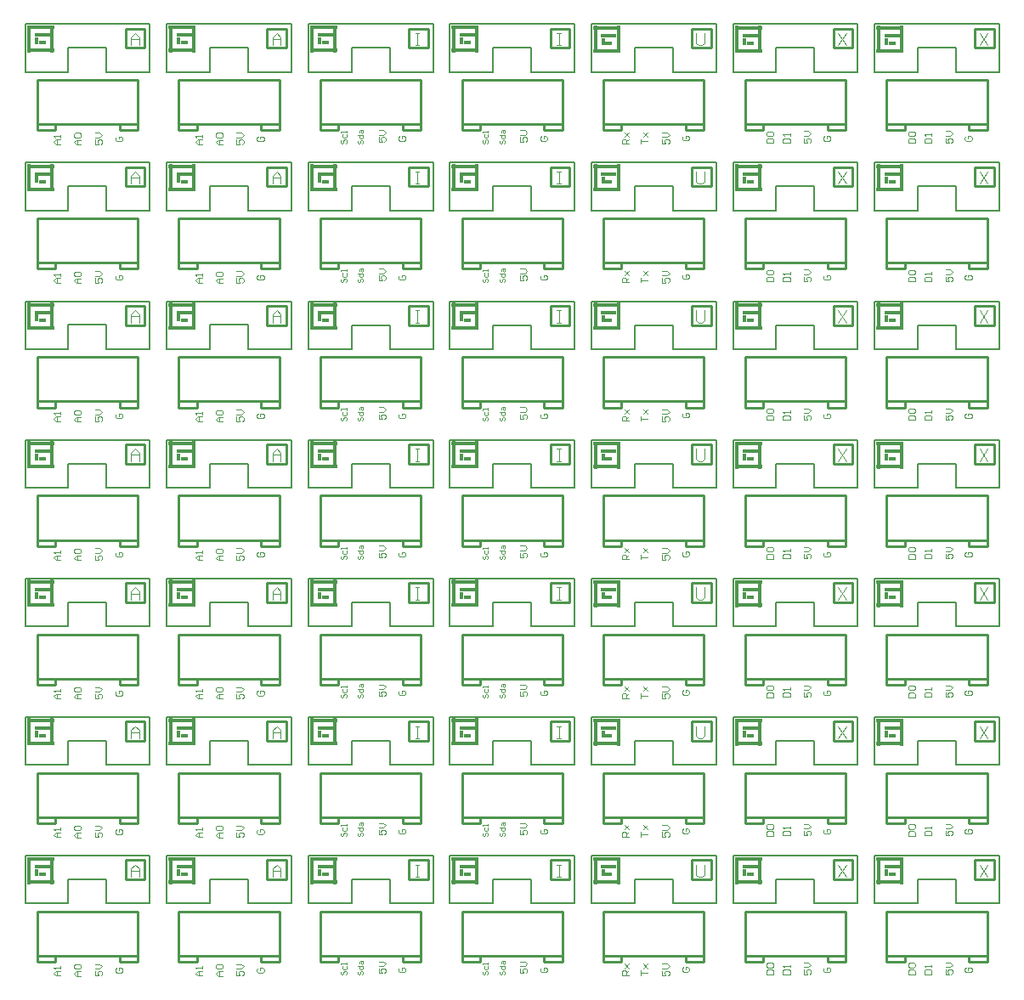
<source format=gto>
G04 Layer_Color=65535*
%FSLAX44Y44*%
%MOMM*%
G71*
G01*
G75*
%ADD14C,0.2540*%
%ADD15C,0.1270*%
%ADD16C,0.1524*%
%ADD17C,0.0553*%
%ADD18C,0.0967*%
%ADD19R,0.7620X0.3810*%
%ADD20R,0.3810X0.7620*%
%ADD21R,1.5240X0.3810*%
%ADD22R,0.3810X2.6670*%
%ADD23R,2.6670X0.3810*%
%ADD24C,0.0415*%
D14*
X832550Y39636D02*
Y45636D01*
X814516Y39636D02*
X832550D01*
X814516D02*
Y45636D01*
X750512D02*
X814516D01*
X750512Y39636D02*
Y45636D01*
X732512Y39636D02*
X750512D01*
X732512D02*
Y45636D01*
Y89734D02*
X832550D01*
Y45636D02*
Y89734D01*
X814516Y45636D02*
X832550D01*
X732512D02*
X750512D01*
X732512D02*
Y89734D01*
X832550Y52636D02*
Y82876D01*
X820612Y140788D02*
X839662D01*
Y121738D02*
Y140788D01*
X820612Y121738D02*
X839662D01*
X820612D02*
Y140788D01*
X973610Y39636D02*
Y45636D01*
X955576Y39636D02*
X973610D01*
X955576D02*
Y45636D01*
X891572D02*
X955576D01*
X891572Y39636D02*
Y45636D01*
X873572Y39636D02*
X891572D01*
X873572D02*
Y45636D01*
Y89734D02*
X973610D01*
Y45636D02*
Y89734D01*
X955576Y45636D02*
X973610D01*
X873572D02*
X891572D01*
X873572D02*
Y89734D01*
X973610Y52636D02*
Y82876D01*
X961672Y140788D02*
X980722D01*
Y121738D02*
Y140788D01*
X961672Y121738D02*
X980722D01*
X961672D02*
Y140788D01*
X832550Y177726D02*
Y183726D01*
X814516Y177726D02*
X832550D01*
X814516D02*
Y183726D01*
X750512D02*
X814516D01*
X750512Y177726D02*
Y183726D01*
X732512Y177726D02*
X750512D01*
X732512D02*
Y183726D01*
Y227824D02*
X832550D01*
Y183726D02*
Y227824D01*
X814516Y183726D02*
X832550D01*
X732512D02*
X750512D01*
X732512D02*
Y227824D01*
X832550Y190726D02*
Y220966D01*
X820612Y278878D02*
X839662D01*
Y259828D02*
Y278878D01*
X820612Y259828D02*
X839662D01*
X820612D02*
Y278878D01*
X973610Y177726D02*
Y183726D01*
X955576Y177726D02*
X973610D01*
X955576D02*
Y183726D01*
X891572D02*
X955576D01*
X891572Y177726D02*
Y183726D01*
X873572Y177726D02*
X891572D01*
X873572D02*
Y183726D01*
Y227824D02*
X973610D01*
Y183726D02*
Y227824D01*
X955576Y183726D02*
X973610D01*
X873572D02*
X891572D01*
X873572D02*
Y227824D01*
X973610Y190726D02*
Y220966D01*
X961672Y278878D02*
X980722D01*
Y259828D02*
Y278878D01*
X961672Y259828D02*
X980722D01*
X961672D02*
Y278878D01*
X832550Y315816D02*
Y321816D01*
X814516Y315816D02*
X832550D01*
X814516D02*
Y321816D01*
X750512D02*
X814516D01*
X750512Y315816D02*
Y321816D01*
X732512Y315816D02*
X750512D01*
X732512D02*
Y321816D01*
Y365914D02*
X832550D01*
Y321816D02*
Y365914D01*
X814516Y321816D02*
X832550D01*
X732512D02*
X750512D01*
X732512D02*
Y365914D01*
X832550Y328816D02*
Y359056D01*
X820612Y416968D02*
X839662D01*
Y397918D02*
Y416968D01*
X820612Y397918D02*
X839662D01*
X820612D02*
Y416968D01*
X973610Y315816D02*
Y321816D01*
X955576Y315816D02*
X973610D01*
X955576D02*
Y321816D01*
X891572D02*
X955576D01*
X891572Y315816D02*
Y321816D01*
X873572Y315816D02*
X891572D01*
X873572D02*
Y321816D01*
Y365914D02*
X973610D01*
Y321816D02*
Y365914D01*
X955576Y321816D02*
X973610D01*
X873572D02*
X891572D01*
X873572D02*
Y365914D01*
X973610Y328816D02*
Y359056D01*
X961672Y416968D02*
X980722D01*
Y397918D02*
Y416968D01*
X961672Y397918D02*
X980722D01*
X961672D02*
Y416968D01*
X832550Y453906D02*
Y459906D01*
X814516Y453906D02*
X832550D01*
X814516D02*
Y459906D01*
X750512D02*
X814516D01*
X750512Y453906D02*
Y459906D01*
X732512Y453906D02*
X750512D01*
X732512D02*
Y459906D01*
Y504004D02*
X832550D01*
Y459906D02*
Y504004D01*
X814516Y459906D02*
X832550D01*
X732512D02*
X750512D01*
X732512D02*
Y504004D01*
X832550Y466906D02*
Y497146D01*
X820612Y555058D02*
X839662D01*
Y536008D02*
Y555058D01*
X820612Y536008D02*
X839662D01*
X820612D02*
Y555058D01*
X973610Y453906D02*
Y459906D01*
X955576Y453906D02*
X973610D01*
X955576D02*
Y459906D01*
X891572D02*
X955576D01*
X891572Y453906D02*
Y459906D01*
X873572Y453906D02*
X891572D01*
X873572D02*
Y459906D01*
Y504004D02*
X973610D01*
Y459906D02*
Y504004D01*
X955576Y459906D02*
X973610D01*
X873572D02*
X891572D01*
X873572D02*
Y504004D01*
X973610Y466906D02*
Y497146D01*
X961672Y555058D02*
X980722D01*
Y536008D02*
Y555058D01*
X961672Y536008D02*
X980722D01*
X961672D02*
Y555058D01*
X832550Y591996D02*
Y597996D01*
X814516Y591996D02*
X832550D01*
X814516D02*
Y597996D01*
X750512D02*
X814516D01*
X750512Y591996D02*
Y597996D01*
X732512Y591996D02*
X750512D01*
X732512D02*
Y597996D01*
Y642094D02*
X832550D01*
Y597996D02*
Y642094D01*
X814516Y597996D02*
X832550D01*
X732512D02*
X750512D01*
X732512D02*
Y642094D01*
X832550Y604996D02*
Y635236D01*
X820612Y693148D02*
X839662D01*
Y674098D02*
Y693148D01*
X820612Y674098D02*
X839662D01*
X820612D02*
Y693148D01*
X973610Y591996D02*
Y597996D01*
X955576Y591996D02*
X973610D01*
X955576D02*
Y597996D01*
X891572D02*
X955576D01*
X891572Y591996D02*
Y597996D01*
X873572Y591996D02*
X891572D01*
X873572D02*
Y597996D01*
Y642094D02*
X973610D01*
Y597996D02*
Y642094D01*
X955576Y597996D02*
X973610D01*
X873572D02*
X891572D01*
X873572D02*
Y642094D01*
X973610Y604996D02*
Y635236D01*
X961672Y693148D02*
X980722D01*
Y674098D02*
Y693148D01*
X961672Y674098D02*
X980722D01*
X961672D02*
Y693148D01*
X832550Y730086D02*
Y736086D01*
X814516Y730086D02*
X832550D01*
X814516D02*
Y736086D01*
X750512D02*
X814516D01*
X750512Y730086D02*
Y736086D01*
X732512Y730086D02*
X750512D01*
X732512D02*
Y736086D01*
Y780184D02*
X832550D01*
Y736086D02*
Y780184D01*
X814516Y736086D02*
X832550D01*
X732512D02*
X750512D01*
X732512D02*
Y780184D01*
X832550Y743086D02*
Y773326D01*
X820612Y831238D02*
X839662D01*
Y812188D02*
Y831238D01*
X820612Y812188D02*
X839662D01*
X820612D02*
Y831238D01*
X973610Y730086D02*
Y736086D01*
X955576Y730086D02*
X973610D01*
X955576D02*
Y736086D01*
X891572D02*
X955576D01*
X891572Y730086D02*
Y736086D01*
X873572Y730086D02*
X891572D01*
X873572D02*
Y736086D01*
Y780184D02*
X973610D01*
Y736086D02*
Y780184D01*
X955576Y736086D02*
X973610D01*
X873572D02*
X891572D01*
X873572D02*
Y780184D01*
X973610Y743086D02*
Y773326D01*
X961672Y831238D02*
X980722D01*
Y812188D02*
Y831238D01*
X961672Y812188D02*
X980722D01*
X961672D02*
Y831238D01*
X832550Y868176D02*
Y874176D01*
X814516Y868176D02*
X832550D01*
X814516D02*
Y874176D01*
X750512D02*
X814516D01*
X750512Y868176D02*
Y874176D01*
X732512Y868176D02*
X750512D01*
X732512D02*
Y874176D01*
Y918274D02*
X832550D01*
Y874176D02*
Y918274D01*
X814516Y874176D02*
X832550D01*
X732512D02*
X750512D01*
X732512D02*
Y918274D01*
X832550Y881176D02*
Y911416D01*
X820612Y969328D02*
X839662D01*
Y950278D02*
Y969328D01*
X820612Y950278D02*
X839662D01*
X820612D02*
Y969328D01*
X973610Y868176D02*
Y874176D01*
X955576Y868176D02*
X973610D01*
X955576D02*
Y874176D01*
X891572D02*
X955576D01*
X891572Y868176D02*
Y874176D01*
X873572Y868176D02*
X891572D01*
X873572D02*
Y874176D01*
Y918274D02*
X973610D01*
Y874176D02*
Y918274D01*
X955576Y874176D02*
X973610D01*
X873572D02*
X891572D01*
X873572D02*
Y918274D01*
X973610Y881176D02*
Y911416D01*
X961672Y969328D02*
X980722D01*
Y950278D02*
Y969328D01*
X961672Y950278D02*
X980722D01*
X961672D02*
Y969328D01*
X691490Y39636D02*
Y45636D01*
X673456Y39636D02*
X691490D01*
X673456D02*
Y45636D01*
X609452D02*
X673456D01*
X609452Y39636D02*
Y45636D01*
X591452Y39636D02*
X609452D01*
X591452D02*
Y45636D01*
Y89734D02*
X691490D01*
Y45636D02*
Y89734D01*
X673456Y45636D02*
X691490D01*
X591452D02*
X609452D01*
X591452D02*
Y89734D01*
X691490Y52636D02*
Y82876D01*
X679552Y140788D02*
X698602D01*
Y121738D02*
Y140788D01*
X679552Y121738D02*
X698602D01*
X679552D02*
Y140788D01*
X691490Y177726D02*
Y183726D01*
X673456Y177726D02*
X691490D01*
X673456D02*
Y183726D01*
X609452D02*
X673456D01*
X609452Y177726D02*
Y183726D01*
X591452Y177726D02*
X609452D01*
X591452D02*
Y183726D01*
Y227824D02*
X691490D01*
Y183726D02*
Y227824D01*
X673456Y183726D02*
X691490D01*
X591452D02*
X609452D01*
X591452D02*
Y227824D01*
X691490Y190726D02*
Y220966D01*
X679552Y278878D02*
X698602D01*
Y259828D02*
Y278878D01*
X679552Y259828D02*
X698602D01*
X679552D02*
Y278878D01*
X691490Y315816D02*
Y321816D01*
X673456Y315816D02*
X691490D01*
X673456D02*
Y321816D01*
X609452D02*
X673456D01*
X609452Y315816D02*
Y321816D01*
X591452Y315816D02*
X609452D01*
X591452D02*
Y321816D01*
Y365914D02*
X691490D01*
Y321816D02*
Y365914D01*
X673456Y321816D02*
X691490D01*
X591452D02*
X609452D01*
X591452D02*
Y365914D01*
X691490Y328816D02*
Y359056D01*
X679552Y416968D02*
X698602D01*
Y397918D02*
Y416968D01*
X679552Y397918D02*
X698602D01*
X679552D02*
Y416968D01*
X691490Y453906D02*
Y459906D01*
X673456Y453906D02*
X691490D01*
X673456D02*
Y459906D01*
X609452D02*
X673456D01*
X609452Y453906D02*
Y459906D01*
X591452Y453906D02*
X609452D01*
X591452D02*
Y459906D01*
Y504004D02*
X691490D01*
Y459906D02*
Y504004D01*
X673456Y459906D02*
X691490D01*
X591452D02*
X609452D01*
X591452D02*
Y504004D01*
X691490Y466906D02*
Y497146D01*
X679552Y555058D02*
X698602D01*
Y536008D02*
Y555058D01*
X679552Y536008D02*
X698602D01*
X679552D02*
Y555058D01*
X691490Y591996D02*
Y597996D01*
X673456Y591996D02*
X691490D01*
X673456D02*
Y597996D01*
X609452D02*
X673456D01*
X609452Y591996D02*
Y597996D01*
X591452Y591996D02*
X609452D01*
X591452D02*
Y597996D01*
Y642094D02*
X691490D01*
Y597996D02*
Y642094D01*
X673456Y597996D02*
X691490D01*
X591452D02*
X609452D01*
X591452D02*
Y642094D01*
X691490Y604996D02*
Y635236D01*
X679552Y693148D02*
X698602D01*
Y674098D02*
Y693148D01*
X679552Y674098D02*
X698602D01*
X679552D02*
Y693148D01*
X691490Y730086D02*
Y736086D01*
X673456Y730086D02*
X691490D01*
X673456D02*
Y736086D01*
X609452D02*
X673456D01*
X609452Y730086D02*
Y736086D01*
X591452Y730086D02*
X609452D01*
X591452D02*
Y736086D01*
Y780184D02*
X691490D01*
Y736086D02*
Y780184D01*
X673456Y736086D02*
X691490D01*
X591452D02*
X609452D01*
X591452D02*
Y780184D01*
X691490Y743086D02*
Y773326D01*
X679552Y831238D02*
X698602D01*
Y812188D02*
Y831238D01*
X679552Y812188D02*
X698602D01*
X679552D02*
Y831238D01*
X691490Y868176D02*
Y874176D01*
X673456Y868176D02*
X691490D01*
X673456D02*
Y874176D01*
X609452D02*
X673456D01*
X609452Y868176D02*
Y874176D01*
X591452Y868176D02*
X609452D01*
X591452D02*
Y874176D01*
Y918274D02*
X691490D01*
Y874176D02*
Y918274D01*
X673456Y874176D02*
X691490D01*
X591452D02*
X609452D01*
X591452D02*
Y918274D01*
X691490Y881176D02*
Y911416D01*
X679552Y969328D02*
X698602D01*
Y950278D02*
Y969328D01*
X679552Y950278D02*
X698602D01*
X679552D02*
Y969328D01*
X409370Y39636D02*
Y45636D01*
X391336Y39636D02*
X409370D01*
X391336D02*
Y45636D01*
X327332D02*
X391336D01*
X327332Y39636D02*
Y45636D01*
X309332Y39636D02*
X327332D01*
X309332D02*
Y45636D01*
Y89734D02*
X409370D01*
Y45636D02*
Y89734D01*
X391336Y45636D02*
X409370D01*
X309332D02*
X327332D01*
X309332D02*
Y89734D01*
X409370Y52636D02*
Y82876D01*
X397432Y140788D02*
X416482D01*
Y121738D02*
Y140788D01*
X397432Y121738D02*
X416482D01*
X397432D02*
Y140788D01*
X550430Y39636D02*
Y45636D01*
X532396Y39636D02*
X550430D01*
X532396D02*
Y45636D01*
X468392D02*
X532396D01*
X468392Y39636D02*
Y45636D01*
X450392Y39636D02*
X468392D01*
X450392D02*
Y45636D01*
Y89734D02*
X550430D01*
Y45636D02*
Y89734D01*
X532396Y45636D02*
X550430D01*
X450392D02*
X468392D01*
X450392D02*
Y89734D01*
X550430Y52636D02*
Y82876D01*
X538492Y140788D02*
X557542D01*
Y121738D02*
Y140788D01*
X538492Y121738D02*
X557542D01*
X538492D02*
Y140788D01*
X409370Y177726D02*
Y183726D01*
X391336Y177726D02*
X409370D01*
X391336D02*
Y183726D01*
X327332D02*
X391336D01*
X327332Y177726D02*
Y183726D01*
X309332Y177726D02*
X327332D01*
X309332D02*
Y183726D01*
Y227824D02*
X409370D01*
Y183726D02*
Y227824D01*
X391336Y183726D02*
X409370D01*
X309332D02*
X327332D01*
X309332D02*
Y227824D01*
X409370Y190726D02*
Y220966D01*
X397432Y278878D02*
X416482D01*
Y259828D02*
Y278878D01*
X397432Y259828D02*
X416482D01*
X397432D02*
Y278878D01*
X550430Y177726D02*
Y183726D01*
X532396Y177726D02*
X550430D01*
X532396D02*
Y183726D01*
X468392D02*
X532396D01*
X468392Y177726D02*
Y183726D01*
X450392Y177726D02*
X468392D01*
X450392D02*
Y183726D01*
Y227824D02*
X550430D01*
Y183726D02*
Y227824D01*
X532396Y183726D02*
X550430D01*
X450392D02*
X468392D01*
X450392D02*
Y227824D01*
X550430Y190726D02*
Y220966D01*
X538492Y278878D02*
X557542D01*
Y259828D02*
Y278878D01*
X538492Y259828D02*
X557542D01*
X538492D02*
Y278878D01*
X409370Y315816D02*
Y321816D01*
X391336Y315816D02*
X409370D01*
X391336D02*
Y321816D01*
X327332D02*
X391336D01*
X327332Y315816D02*
Y321816D01*
X309332Y315816D02*
X327332D01*
X309332D02*
Y321816D01*
Y365914D02*
X409370D01*
Y321816D02*
Y365914D01*
X391336Y321816D02*
X409370D01*
X309332D02*
X327332D01*
X309332D02*
Y365914D01*
X409370Y328816D02*
Y359056D01*
X397432Y416968D02*
X416482D01*
Y397918D02*
Y416968D01*
X397432Y397918D02*
X416482D01*
X397432D02*
Y416968D01*
X550430Y315816D02*
Y321816D01*
X532396Y315816D02*
X550430D01*
X532396D02*
Y321816D01*
X468392D02*
X532396D01*
X468392Y315816D02*
Y321816D01*
X450392Y315816D02*
X468392D01*
X450392D02*
Y321816D01*
Y365914D02*
X550430D01*
Y321816D02*
Y365914D01*
X532396Y321816D02*
X550430D01*
X450392D02*
X468392D01*
X450392D02*
Y365914D01*
X550430Y328816D02*
Y359056D01*
X538492Y416968D02*
X557542D01*
Y397918D02*
Y416968D01*
X538492Y397918D02*
X557542D01*
X538492D02*
Y416968D01*
X409370Y453906D02*
Y459906D01*
X391336Y453906D02*
X409370D01*
X391336D02*
Y459906D01*
X327332D02*
X391336D01*
X327332Y453906D02*
Y459906D01*
X309332Y453906D02*
X327332D01*
X309332D02*
Y459906D01*
Y504004D02*
X409370D01*
Y459906D02*
Y504004D01*
X391336Y459906D02*
X409370D01*
X309332D02*
X327332D01*
X309332D02*
Y504004D01*
X409370Y466906D02*
Y497146D01*
X397432Y555058D02*
X416482D01*
Y536008D02*
Y555058D01*
X397432Y536008D02*
X416482D01*
X397432D02*
Y555058D01*
X550430Y453906D02*
Y459906D01*
X532396Y453906D02*
X550430D01*
X532396D02*
Y459906D01*
X468392D02*
X532396D01*
X468392Y453906D02*
Y459906D01*
X450392Y453906D02*
X468392D01*
X450392D02*
Y459906D01*
Y504004D02*
X550430D01*
Y459906D02*
Y504004D01*
X532396Y459906D02*
X550430D01*
X450392D02*
X468392D01*
X450392D02*
Y504004D01*
X550430Y466906D02*
Y497146D01*
X538492Y555058D02*
X557542D01*
Y536008D02*
Y555058D01*
X538492Y536008D02*
X557542D01*
X538492D02*
Y555058D01*
X409370Y591996D02*
Y597996D01*
X391336Y591996D02*
X409370D01*
X391336D02*
Y597996D01*
X327332D02*
X391336D01*
X327332Y591996D02*
Y597996D01*
X309332Y591996D02*
X327332D01*
X309332D02*
Y597996D01*
Y642094D02*
X409370D01*
Y597996D02*
Y642094D01*
X391336Y597996D02*
X409370D01*
X309332D02*
X327332D01*
X309332D02*
Y642094D01*
X409370Y604996D02*
Y635236D01*
X397432Y693148D02*
X416482D01*
Y674098D02*
Y693148D01*
X397432Y674098D02*
X416482D01*
X397432D02*
Y693148D01*
X550430Y591996D02*
Y597996D01*
X532396Y591996D02*
X550430D01*
X532396D02*
Y597996D01*
X468392D02*
X532396D01*
X468392Y591996D02*
Y597996D01*
X450392Y591996D02*
X468392D01*
X450392D02*
Y597996D01*
Y642094D02*
X550430D01*
Y597996D02*
Y642094D01*
X532396Y597996D02*
X550430D01*
X450392D02*
X468392D01*
X450392D02*
Y642094D01*
X550430Y604996D02*
Y635236D01*
X538492Y693148D02*
X557542D01*
Y674098D02*
Y693148D01*
X538492Y674098D02*
X557542D01*
X538492D02*
Y693148D01*
X409370Y730086D02*
Y736086D01*
X391336Y730086D02*
X409370D01*
X391336D02*
Y736086D01*
X327332D02*
X391336D01*
X327332Y730086D02*
Y736086D01*
X309332Y730086D02*
X327332D01*
X309332D02*
Y736086D01*
Y780184D02*
X409370D01*
Y736086D02*
Y780184D01*
X391336Y736086D02*
X409370D01*
X309332D02*
X327332D01*
X309332D02*
Y780184D01*
X409370Y743086D02*
Y773326D01*
X397432Y831238D02*
X416482D01*
Y812188D02*
Y831238D01*
X397432Y812188D02*
X416482D01*
X397432D02*
Y831238D01*
X550430Y730086D02*
Y736086D01*
X532396Y730086D02*
X550430D01*
X532396D02*
Y736086D01*
X468392D02*
X532396D01*
X468392Y730086D02*
Y736086D01*
X450392Y730086D02*
X468392D01*
X450392D02*
Y736086D01*
Y780184D02*
X550430D01*
Y736086D02*
Y780184D01*
X532396Y736086D02*
X550430D01*
X450392D02*
X468392D01*
X450392D02*
Y780184D01*
X550430Y743086D02*
Y773326D01*
X538492Y831238D02*
X557542D01*
Y812188D02*
Y831238D01*
X538492Y812188D02*
X557542D01*
X538492D02*
Y831238D01*
X409370Y868176D02*
Y874176D01*
X391336Y868176D02*
X409370D01*
X391336D02*
Y874176D01*
X327332D02*
X391336D01*
X327332Y868176D02*
Y874176D01*
X309332Y868176D02*
X327332D01*
X309332D02*
Y874176D01*
Y918274D02*
X409370D01*
Y874176D02*
Y918274D01*
X391336Y874176D02*
X409370D01*
X309332D02*
X327332D01*
X309332D02*
Y918274D01*
X409370Y881176D02*
Y911416D01*
X397432Y969328D02*
X416482D01*
Y950278D02*
Y969328D01*
X397432Y950278D02*
X416482D01*
X397432D02*
Y969328D01*
X550430Y868176D02*
Y874176D01*
X532396Y868176D02*
X550430D01*
X532396D02*
Y874176D01*
X468392D02*
X532396D01*
X468392Y868176D02*
Y874176D01*
X450392Y868176D02*
X468392D01*
X450392D02*
Y874176D01*
Y918274D02*
X550430D01*
Y874176D02*
Y918274D01*
X532396Y874176D02*
X550430D01*
X450392D02*
X468392D01*
X450392D02*
Y918274D01*
X550430Y881176D02*
Y911416D01*
X538492Y969328D02*
X557542D01*
Y950278D02*
Y969328D01*
X538492Y950278D02*
X557542D01*
X538492D02*
Y969328D01*
X127255Y39641D02*
Y45641D01*
X109221Y39641D02*
X127255D01*
X109221D02*
Y45641D01*
X45217D02*
X109221D01*
X45217Y39641D02*
Y45641D01*
X27217Y39641D02*
X45217D01*
X27217D02*
Y45641D01*
Y89739D02*
X127255D01*
Y45641D02*
Y89739D01*
X109221Y45641D02*
X127255D01*
X27217D02*
X45217D01*
X27217D02*
Y89739D01*
X127255Y52641D02*
Y82881D01*
X115317Y140793D02*
X134367D01*
Y121743D02*
Y140793D01*
X115317Y121743D02*
X134367D01*
X115317D02*
Y140793D01*
X268315Y39641D02*
Y45641D01*
X250281Y39641D02*
X268315D01*
X250281D02*
Y45641D01*
X186277D02*
X250281D01*
X186277Y39641D02*
Y45641D01*
X168277Y39641D02*
X186277D01*
X168277D02*
Y45641D01*
Y89739D02*
X268315D01*
Y45641D02*
Y89739D01*
X250281Y45641D02*
X268315D01*
X168277D02*
X186277D01*
X168277D02*
Y89739D01*
X268315Y52641D02*
Y82881D01*
X256377Y140793D02*
X275427D01*
Y121743D02*
Y140793D01*
X256377Y121743D02*
X275427D01*
X256377D02*
Y140793D01*
X127255Y177731D02*
Y183731D01*
X109221Y177731D02*
X127255D01*
X109221D02*
Y183731D01*
X45217D02*
X109221D01*
X45217Y177731D02*
Y183731D01*
X27217Y177731D02*
X45217D01*
X27217D02*
Y183731D01*
Y227829D02*
X127255D01*
Y183731D02*
Y227829D01*
X109221Y183731D02*
X127255D01*
X27217D02*
X45217D01*
X27217D02*
Y227829D01*
X127255Y190731D02*
Y220971D01*
X115317Y278883D02*
X134367D01*
Y259833D02*
Y278883D01*
X115317Y259833D02*
X134367D01*
X115317D02*
Y278883D01*
X268315Y177731D02*
Y183731D01*
X250281Y177731D02*
X268315D01*
X250281D02*
Y183731D01*
X186277D02*
X250281D01*
X186277Y177731D02*
Y183731D01*
X168277Y177731D02*
X186277D01*
X168277D02*
Y183731D01*
Y227829D02*
X268315D01*
Y183731D02*
Y227829D01*
X250281Y183731D02*
X268315D01*
X168277D02*
X186277D01*
X168277D02*
Y227829D01*
X268315Y190731D02*
Y220971D01*
X256377Y278883D02*
X275427D01*
Y259833D02*
Y278883D01*
X256377Y259833D02*
X275427D01*
X256377D02*
Y278883D01*
X127255Y315821D02*
Y321821D01*
X109221Y315821D02*
X127255D01*
X109221D02*
Y321821D01*
X45217D02*
X109221D01*
X45217Y315821D02*
Y321821D01*
X27217Y315821D02*
X45217D01*
X27217D02*
Y321821D01*
Y365919D02*
X127255D01*
Y321821D02*
Y365919D01*
X109221Y321821D02*
X127255D01*
X27217D02*
X45217D01*
X27217D02*
Y365919D01*
X127255Y328821D02*
Y359061D01*
X115317Y416973D02*
X134367D01*
Y397923D02*
Y416973D01*
X115317Y397923D02*
X134367D01*
X115317D02*
Y416973D01*
X268315Y315821D02*
Y321821D01*
X250281Y315821D02*
X268315D01*
X250281D02*
Y321821D01*
X186277D02*
X250281D01*
X186277Y315821D02*
Y321821D01*
X168277Y315821D02*
X186277D01*
X168277D02*
Y321821D01*
Y365919D02*
X268315D01*
Y321821D02*
Y365919D01*
X250281Y321821D02*
X268315D01*
X168277D02*
X186277D01*
X168277D02*
Y365919D01*
X268315Y328821D02*
Y359061D01*
X256377Y416973D02*
X275427D01*
Y397923D02*
Y416973D01*
X256377Y397923D02*
X275427D01*
X256377D02*
Y416973D01*
X127255Y453911D02*
Y459911D01*
X109221Y453911D02*
X127255D01*
X109221D02*
Y459911D01*
X45217D02*
X109221D01*
X45217Y453911D02*
Y459911D01*
X27217Y453911D02*
X45217D01*
X27217D02*
Y459911D01*
Y504009D02*
X127255D01*
Y459911D02*
Y504009D01*
X109221Y459911D02*
X127255D01*
X27217D02*
X45217D01*
X27217D02*
Y504009D01*
X127255Y466911D02*
Y497151D01*
X115317Y555063D02*
X134367D01*
Y536013D02*
Y555063D01*
X115317Y536013D02*
X134367D01*
X115317D02*
Y555063D01*
X268315Y453911D02*
Y459911D01*
X250281Y453911D02*
X268315D01*
X250281D02*
Y459911D01*
X186277D02*
X250281D01*
X186277Y453911D02*
Y459911D01*
X168277Y453911D02*
X186277D01*
X168277D02*
Y459911D01*
Y504009D02*
X268315D01*
Y459911D02*
Y504009D01*
X250281Y459911D02*
X268315D01*
X168277D02*
X186277D01*
X168277D02*
Y504009D01*
X268315Y466911D02*
Y497151D01*
X256377Y555063D02*
X275427D01*
Y536013D02*
Y555063D01*
X256377Y536013D02*
X275427D01*
X256377D02*
Y555063D01*
X127255Y592001D02*
Y598001D01*
X109221Y592001D02*
X127255D01*
X109221D02*
Y598001D01*
X45217D02*
X109221D01*
X45217Y592001D02*
Y598001D01*
X27217Y592001D02*
X45217D01*
X27217D02*
Y598001D01*
Y642099D02*
X127255D01*
Y598001D02*
Y642099D01*
X109221Y598001D02*
X127255D01*
X27217D02*
X45217D01*
X27217D02*
Y642099D01*
X127255Y605001D02*
Y635241D01*
X115317Y693153D02*
X134367D01*
Y674103D02*
Y693153D01*
X115317Y674103D02*
X134367D01*
X115317D02*
Y693153D01*
X268315Y592001D02*
Y598001D01*
X250281Y592001D02*
X268315D01*
X250281D02*
Y598001D01*
X186277D02*
X250281D01*
X186277Y592001D02*
Y598001D01*
X168277Y592001D02*
X186277D01*
X168277D02*
Y598001D01*
Y642099D02*
X268315D01*
Y598001D02*
Y642099D01*
X250281Y598001D02*
X268315D01*
X168277D02*
X186277D01*
X168277D02*
Y642099D01*
X268315Y605001D02*
Y635241D01*
X256377Y693153D02*
X275427D01*
Y674103D02*
Y693153D01*
X256377Y674103D02*
X275427D01*
X256377D02*
Y693153D01*
X127255Y730091D02*
Y736091D01*
X109221Y730091D02*
X127255D01*
X109221D02*
Y736091D01*
X45217D02*
X109221D01*
X45217Y730091D02*
Y736091D01*
X27217Y730091D02*
X45217D01*
X27217D02*
Y736091D01*
Y780189D02*
X127255D01*
Y736091D02*
Y780189D01*
X109221Y736091D02*
X127255D01*
X27217D02*
X45217D01*
X27217D02*
Y780189D01*
X127255Y743091D02*
Y773331D01*
X115317Y831243D02*
X134367D01*
Y812193D02*
Y831243D01*
X115317Y812193D02*
X134367D01*
X115317D02*
Y831243D01*
X268315Y730091D02*
Y736091D01*
X250281Y730091D02*
X268315D01*
X250281D02*
Y736091D01*
X186277D02*
X250281D01*
X186277Y730091D02*
Y736091D01*
X168277Y730091D02*
X186277D01*
X168277D02*
Y736091D01*
Y780189D02*
X268315D01*
Y736091D02*
Y780189D01*
X250281Y736091D02*
X268315D01*
X168277D02*
X186277D01*
X168277D02*
Y780189D01*
X268315Y743091D02*
Y773331D01*
X256377Y831243D02*
X275427D01*
Y812193D02*
Y831243D01*
X256377Y812193D02*
X275427D01*
X256377D02*
Y831243D01*
X127255Y868181D02*
Y874181D01*
X109221Y868181D02*
X127255D01*
X109221D02*
Y874181D01*
X45217D02*
X109221D01*
X45217Y868181D02*
Y874181D01*
X27217Y868181D02*
X45217D01*
X27217D02*
Y874181D01*
Y918279D02*
X127255D01*
Y874181D02*
Y918279D01*
X109221Y874181D02*
X127255D01*
X27217D02*
X45217D01*
X27217D02*
Y918279D01*
X127255Y881181D02*
Y911421D01*
X115317Y969333D02*
X134367D01*
Y950283D02*
Y969333D01*
X115317Y950283D02*
X134367D01*
X115317D02*
Y969333D01*
X268315Y868181D02*
Y874181D01*
X250281Y868181D02*
X268315D01*
X250281D02*
Y874181D01*
X186277D02*
X250281D01*
X186277Y868181D02*
Y874181D01*
X168277Y868181D02*
X186277D01*
X168277D02*
Y874181D01*
Y918279D02*
X268315D01*
Y874181D02*
Y918279D01*
X250281Y874181D02*
X268315D01*
X168277D02*
X186277D01*
X168277D02*
Y918279D01*
X268315Y881181D02*
Y911421D01*
X256377Y969333D02*
X275427D01*
Y950283D02*
Y969333D01*
X256377Y950283D02*
X275427D01*
X256377D02*
Y969333D01*
D15*
X732512Y57636D02*
Y77796D01*
X873572Y57636D02*
Y77796D01*
X732512Y195726D02*
Y215886D01*
X873572Y195726D02*
Y215886D01*
X732512Y333816D02*
Y353976D01*
X873572Y333816D02*
Y353976D01*
X732512Y471906D02*
Y492066D01*
X873572Y471906D02*
Y492066D01*
X732512Y609996D02*
Y630156D01*
X873572Y609996D02*
Y630156D01*
X732512Y748086D02*
Y768246D01*
X873572Y748086D02*
Y768246D01*
X732512Y886176D02*
Y906336D01*
X873572Y886176D02*
Y906336D01*
X591452Y57636D02*
Y77796D01*
Y195726D02*
Y215886D01*
Y333816D02*
Y353976D01*
Y471906D02*
Y492066D01*
Y609996D02*
Y630156D01*
Y748086D02*
Y768246D01*
Y886176D02*
Y906336D01*
X309332Y57636D02*
Y77796D01*
X450392Y57636D02*
Y77796D01*
X309332Y195726D02*
Y215886D01*
X450392Y195726D02*
Y215886D01*
X309332Y333816D02*
Y353976D01*
X450392Y333816D02*
Y353976D01*
X309332Y471906D02*
Y492066D01*
X450392Y471906D02*
Y492066D01*
X309332Y609996D02*
Y630156D01*
X450392Y609996D02*
Y630156D01*
X309332Y748086D02*
Y768246D01*
X450392Y748086D02*
Y768246D01*
X309332Y886176D02*
Y906336D01*
X450392Y886176D02*
Y906336D01*
X27217Y57641D02*
Y77801D01*
X168277Y57641D02*
Y77801D01*
X27217Y195731D02*
Y215891D01*
X168277Y195731D02*
Y215891D01*
X27217Y333821D02*
Y353981D01*
X168277Y333821D02*
Y353981D01*
X27217Y471911D02*
Y492071D01*
X168277Y471911D02*
Y492071D01*
X27217Y610001D02*
Y630161D01*
X168277Y610001D02*
Y630161D01*
X27217Y748091D02*
Y768251D01*
X168277Y748091D02*
Y768251D01*
X27217Y886181D02*
Y906341D01*
X168277Y886181D02*
Y906341D01*
D16*
X720512Y97862D02*
X763512D01*
X720512D02*
Y145468D01*
X844742D01*
Y97862D02*
Y145468D01*
X801562Y97862D02*
X844742D01*
X801562D02*
Y121770D01*
X763512D02*
X801562D01*
X763512Y97862D02*
Y121770D01*
X861572Y97862D02*
X904572D01*
X861572D02*
Y145468D01*
X985802D01*
Y97862D02*
Y145468D01*
X942622Y97862D02*
X985802D01*
X942622D02*
Y121770D01*
X904572D02*
X942622D01*
X904572Y97862D02*
Y121770D01*
X720512Y235952D02*
X763512D01*
X720512D02*
Y283558D01*
X844742D01*
Y235952D02*
Y283558D01*
X801562Y235952D02*
X844742D01*
X801562D02*
Y259860D01*
X763512D02*
X801562D01*
X763512Y235952D02*
Y259860D01*
X861572Y235952D02*
X904572D01*
X861572D02*
Y283558D01*
X985802D01*
Y235952D02*
Y283558D01*
X942622Y235952D02*
X985802D01*
X942622D02*
Y259860D01*
X904572D02*
X942622D01*
X904572Y235952D02*
Y259860D01*
X720512Y374042D02*
X763512D01*
X720512D02*
Y421648D01*
X844742D01*
Y374042D02*
Y421648D01*
X801562Y374042D02*
X844742D01*
X801562D02*
Y397950D01*
X763512D02*
X801562D01*
X763512Y374042D02*
Y397950D01*
X861572Y374042D02*
X904572D01*
X861572D02*
Y421648D01*
X985802D01*
Y374042D02*
Y421648D01*
X942622Y374042D02*
X985802D01*
X942622D02*
Y397950D01*
X904572D02*
X942622D01*
X904572Y374042D02*
Y397950D01*
X720512Y512132D02*
X763512D01*
X720512D02*
Y559738D01*
X844742D01*
Y512132D02*
Y559738D01*
X801562Y512132D02*
X844742D01*
X801562D02*
Y536040D01*
X763512D02*
X801562D01*
X763512Y512132D02*
Y536040D01*
X861572Y512132D02*
X904572D01*
X861572D02*
Y559738D01*
X985802D01*
Y512132D02*
Y559738D01*
X942622Y512132D02*
X985802D01*
X942622D02*
Y536040D01*
X904572D02*
X942622D01*
X904572Y512132D02*
Y536040D01*
X720512Y650222D02*
X763512D01*
X720512D02*
Y697828D01*
X844742D01*
Y650222D02*
Y697828D01*
X801562Y650222D02*
X844742D01*
X801562D02*
Y674130D01*
X763512D02*
X801562D01*
X763512Y650222D02*
Y674130D01*
X861572Y650222D02*
X904572D01*
X861572D02*
Y697828D01*
X985802D01*
Y650222D02*
Y697828D01*
X942622Y650222D02*
X985802D01*
X942622D02*
Y674130D01*
X904572D02*
X942622D01*
X904572Y650222D02*
Y674130D01*
X720512Y788312D02*
X763512D01*
X720512D02*
Y835918D01*
X844742D01*
Y788312D02*
Y835918D01*
X801562Y788312D02*
X844742D01*
X801562D02*
Y812220D01*
X763512D02*
X801562D01*
X763512Y788312D02*
Y812220D01*
X861572Y788312D02*
X904572D01*
X861572D02*
Y835918D01*
X985802D01*
Y788312D02*
Y835918D01*
X942622Y788312D02*
X985802D01*
X942622D02*
Y812220D01*
X904572D02*
X942622D01*
X904572Y788312D02*
Y812220D01*
X720512Y926402D02*
X763512D01*
X720512D02*
Y974008D01*
X844742D01*
Y926402D02*
Y974008D01*
X801562Y926402D02*
X844742D01*
X801562D02*
Y950310D01*
X763512D02*
X801562D01*
X763512Y926402D02*
Y950310D01*
X861572Y926402D02*
X904572D01*
X861572D02*
Y974008D01*
X985802D01*
Y926402D02*
Y974008D01*
X942622Y926402D02*
X985802D01*
X942622D02*
Y950310D01*
X904572D02*
X942622D01*
X904572Y926402D02*
Y950310D01*
X579452Y97862D02*
X622452D01*
X579452D02*
Y145468D01*
X703682D01*
Y97862D02*
Y145468D01*
X660502Y97862D02*
X703682D01*
X660502D02*
Y121770D01*
X622452D02*
X660502D01*
X622452Y97862D02*
Y121770D01*
X579452Y235952D02*
X622452D01*
X579452D02*
Y283558D01*
X703682D01*
Y235952D02*
Y283558D01*
X660502Y235952D02*
X703682D01*
X660502D02*
Y259860D01*
X622452D02*
X660502D01*
X622452Y235952D02*
Y259860D01*
X579452Y374042D02*
X622452D01*
X579452D02*
Y421648D01*
X703682D01*
Y374042D02*
Y421648D01*
X660502Y374042D02*
X703682D01*
X660502D02*
Y397950D01*
X622452D02*
X660502D01*
X622452Y374042D02*
Y397950D01*
X579452Y512132D02*
X622452D01*
X579452D02*
Y559738D01*
X703682D01*
Y512132D02*
Y559738D01*
X660502Y512132D02*
X703682D01*
X660502D02*
Y536040D01*
X622452D02*
X660502D01*
X622452Y512132D02*
Y536040D01*
X579452Y650222D02*
X622452D01*
X579452D02*
Y697828D01*
X703682D01*
Y650222D02*
Y697828D01*
X660502Y650222D02*
X703682D01*
X660502D02*
Y674130D01*
X622452D02*
X660502D01*
X622452Y650222D02*
Y674130D01*
X579452Y788312D02*
X622452D01*
X579452D02*
Y835918D01*
X703682D01*
Y788312D02*
Y835918D01*
X660502Y788312D02*
X703682D01*
X660502D02*
Y812220D01*
X622452D02*
X660502D01*
X622452Y788312D02*
Y812220D01*
X579452Y926402D02*
X622452D01*
X579452D02*
Y974008D01*
X703682D01*
Y926402D02*
Y974008D01*
X660502Y926402D02*
X703682D01*
X660502D02*
Y950310D01*
X622452D02*
X660502D01*
X622452Y926402D02*
Y950310D01*
X297332Y97862D02*
X340332D01*
X297332D02*
Y145468D01*
X421562D01*
Y97862D02*
Y145468D01*
X378382Y97862D02*
X421562D01*
X378382D02*
Y121770D01*
X340332D02*
X378382D01*
X340332Y97862D02*
Y121770D01*
X438392Y97862D02*
X481392D01*
X438392D02*
Y145468D01*
X562622D01*
Y97862D02*
Y145468D01*
X519442Y97862D02*
X562622D01*
X519442D02*
Y121770D01*
X481392D02*
X519442D01*
X481392Y97862D02*
Y121770D01*
X297332Y235952D02*
X340332D01*
X297332D02*
Y283558D01*
X421562D01*
Y235952D02*
Y283558D01*
X378382Y235952D02*
X421562D01*
X378382D02*
Y259860D01*
X340332D02*
X378382D01*
X340332Y235952D02*
Y259860D01*
X438392Y235952D02*
X481392D01*
X438392D02*
Y283558D01*
X562622D01*
Y235952D02*
Y283558D01*
X519442Y235952D02*
X562622D01*
X519442D02*
Y259860D01*
X481392D02*
X519442D01*
X481392Y235952D02*
Y259860D01*
X297332Y374042D02*
X340332D01*
X297332D02*
Y421648D01*
X421562D01*
Y374042D02*
Y421648D01*
X378382Y374042D02*
X421562D01*
X378382D02*
Y397950D01*
X340332D02*
X378382D01*
X340332Y374042D02*
Y397950D01*
X438392Y374042D02*
X481392D01*
X438392D02*
Y421648D01*
X562622D01*
Y374042D02*
Y421648D01*
X519442Y374042D02*
X562622D01*
X519442D02*
Y397950D01*
X481392D02*
X519442D01*
X481392Y374042D02*
Y397950D01*
X297332Y512132D02*
X340332D01*
X297332D02*
Y559738D01*
X421562D01*
Y512132D02*
Y559738D01*
X378382Y512132D02*
X421562D01*
X378382D02*
Y536040D01*
X340332D02*
X378382D01*
X340332Y512132D02*
Y536040D01*
X438392Y512132D02*
X481392D01*
X438392D02*
Y559738D01*
X562622D01*
Y512132D02*
Y559738D01*
X519442Y512132D02*
X562622D01*
X519442D02*
Y536040D01*
X481392D02*
X519442D01*
X481392Y512132D02*
Y536040D01*
X297332Y650222D02*
X340332D01*
X297332D02*
Y697828D01*
X421562D01*
Y650222D02*
Y697828D01*
X378382Y650222D02*
X421562D01*
X378382D02*
Y674130D01*
X340332D02*
X378382D01*
X340332Y650222D02*
Y674130D01*
X438392Y650222D02*
X481392D01*
X438392D02*
Y697828D01*
X562622D01*
Y650222D02*
Y697828D01*
X519442Y650222D02*
X562622D01*
X519442D02*
Y674130D01*
X481392D02*
X519442D01*
X481392Y650222D02*
Y674130D01*
X297332Y788312D02*
X340332D01*
X297332D02*
Y835918D01*
X421562D01*
Y788312D02*
Y835918D01*
X378382Y788312D02*
X421562D01*
X378382D02*
Y812220D01*
X340332D02*
X378382D01*
X340332Y788312D02*
Y812220D01*
X438392Y788312D02*
X481392D01*
X438392D02*
Y835918D01*
X562622D01*
Y788312D02*
Y835918D01*
X519442Y788312D02*
X562622D01*
X519442D02*
Y812220D01*
X481392D02*
X519442D01*
X481392Y788312D02*
Y812220D01*
X297332Y926402D02*
X340332D01*
X297332D02*
Y974008D01*
X421562D01*
Y926402D02*
Y974008D01*
X378382Y926402D02*
X421562D01*
X378382D02*
Y950310D01*
X340332D02*
X378382D01*
X340332Y926402D02*
Y950310D01*
X438392Y926402D02*
X481392D01*
X438392D02*
Y974008D01*
X562622D01*
Y926402D02*
Y974008D01*
X519442Y926402D02*
X562622D01*
X519442D02*
Y950310D01*
X481392D02*
X519442D01*
X481392Y926402D02*
Y950310D01*
X15217Y97867D02*
X58217D01*
X15217D02*
Y145473D01*
X139447D01*
Y97867D02*
Y145473D01*
X96267Y97867D02*
X139447D01*
X96267D02*
Y121775D01*
X58217D02*
X96267D01*
X58217Y97867D02*
Y121775D01*
X156277Y97867D02*
X199277D01*
X156277D02*
Y145473D01*
X280507D01*
Y97867D02*
Y145473D01*
X237327Y97867D02*
X280507D01*
X237327D02*
Y121775D01*
X199277D02*
X237327D01*
X199277Y97867D02*
Y121775D01*
X15217Y235957D02*
X58217D01*
X15217D02*
Y283563D01*
X139447D01*
Y235957D02*
Y283563D01*
X96267Y235957D02*
X139447D01*
X96267D02*
Y259865D01*
X58217D02*
X96267D01*
X58217Y235957D02*
Y259865D01*
X156277Y235957D02*
X199277D01*
X156277D02*
Y283563D01*
X280507D01*
Y235957D02*
Y283563D01*
X237327Y235957D02*
X280507D01*
X237327D02*
Y259865D01*
X199277D02*
X237327D01*
X199277Y235957D02*
Y259865D01*
X15217Y374047D02*
X58217D01*
X15217D02*
Y421653D01*
X139447D01*
Y374047D02*
Y421653D01*
X96267Y374047D02*
X139447D01*
X96267D02*
Y397955D01*
X58217D02*
X96267D01*
X58217Y374047D02*
Y397955D01*
X156277Y374047D02*
X199277D01*
X156277D02*
Y421653D01*
X280507D01*
Y374047D02*
Y421653D01*
X237327Y374047D02*
X280507D01*
X237327D02*
Y397955D01*
X199277D02*
X237327D01*
X199277Y374047D02*
Y397955D01*
X15217Y512137D02*
X58217D01*
X15217D02*
Y559743D01*
X139447D01*
Y512137D02*
Y559743D01*
X96267Y512137D02*
X139447D01*
X96267D02*
Y536045D01*
X58217D02*
X96267D01*
X58217Y512137D02*
Y536045D01*
X156277Y512137D02*
X199277D01*
X156277D02*
Y559743D01*
X280507D01*
Y512137D02*
Y559743D01*
X237327Y512137D02*
X280507D01*
X237327D02*
Y536045D01*
X199277D02*
X237327D01*
X199277Y512137D02*
Y536045D01*
X15217Y650227D02*
X58217D01*
X15217D02*
Y697833D01*
X139447D01*
Y650227D02*
Y697833D01*
X96267Y650227D02*
X139447D01*
X96267D02*
Y674135D01*
X58217D02*
X96267D01*
X58217Y650227D02*
Y674135D01*
X156277Y650227D02*
X199277D01*
X156277D02*
Y697833D01*
X280507D01*
Y650227D02*
Y697833D01*
X237327Y650227D02*
X280507D01*
X237327D02*
Y674135D01*
X199277D02*
X237327D01*
X199277Y650227D02*
Y674135D01*
X15217Y788317D02*
X58217D01*
X15217D02*
Y835923D01*
X139447D01*
Y788317D02*
Y835923D01*
X96267Y788317D02*
X139447D01*
X96267D02*
Y812225D01*
X58217D02*
X96267D01*
X58217Y788317D02*
Y812225D01*
X156277Y788317D02*
X199277D01*
X156277D02*
Y835923D01*
X280507D01*
Y788317D02*
Y835923D01*
X237327Y788317D02*
X280507D01*
X237327D02*
Y812225D01*
X199277D02*
X237327D01*
X199277Y788317D02*
Y812225D01*
X15217Y926407D02*
X58217D01*
X15217D02*
Y974013D01*
X139447D01*
Y926407D02*
Y974013D01*
X96267Y926407D02*
X139447D01*
X96267D02*
Y950315D01*
X58217D02*
X96267D01*
X58217Y926407D02*
Y950315D01*
X156277Y926407D02*
X199277D01*
X156277D02*
Y974013D01*
X280507D01*
Y926407D02*
Y974013D01*
X237327Y926407D02*
X280507D01*
X237327D02*
Y950315D01*
X199277D02*
X237327D01*
X199277Y926407D02*
Y950315D01*
D17*
X811554Y33632D02*
X810403Y32481D01*
Y30179D01*
X811554Y29028D01*
X816159D01*
X817310Y30179D01*
Y32481D01*
X816159Y33632D01*
X813857D01*
Y31330D01*
X791099Y31854D02*
Y27250D01*
X794553D01*
X793402Y29552D01*
Y30703D01*
X794553Y31854D01*
X796855D01*
X798006Y30703D01*
Y28401D01*
X796855Y27250D01*
X791099Y34157D02*
X795704D01*
X798006Y36459D01*
X795704Y38761D01*
X791099D01*
X770271Y27250D02*
X777178D01*
Y30703D01*
X776027Y31854D01*
X771423D01*
X770271Y30703D01*
Y27250D01*
X777178Y34157D02*
Y36459D01*
Y35308D01*
X770271D01*
X771423Y34157D01*
X753761Y26996D02*
X760668D01*
Y30449D01*
X759517Y31600D01*
X754912D01*
X753761Y30449D01*
Y26996D01*
X754912Y33903D02*
X753761Y35054D01*
Y37356D01*
X754912Y38507D01*
X759517D01*
X760668Y37356D01*
Y35054D01*
X759517Y33903D01*
X754912D01*
X952615Y33632D02*
X951463Y32481D01*
Y30179D01*
X952615Y29028D01*
X957219D01*
X958370Y30179D01*
Y32481D01*
X957219Y33632D01*
X954917D01*
Y31330D01*
X932159Y31854D02*
Y27250D01*
X935613D01*
X934462Y29552D01*
Y30703D01*
X935613Y31854D01*
X937915D01*
X939066Y30703D01*
Y28401D01*
X937915Y27250D01*
X932159Y34157D02*
X936764D01*
X939066Y36459D01*
X936764Y38761D01*
X932159D01*
X911331Y27250D02*
X918238D01*
Y30703D01*
X917087Y31854D01*
X912483D01*
X911331Y30703D01*
Y27250D01*
X918238Y34157D02*
Y36459D01*
Y35308D01*
X911331D01*
X912483Y34157D01*
X894821Y26996D02*
X901728D01*
Y30449D01*
X900577Y31600D01*
X895973D01*
X894821Y30449D01*
Y26996D01*
X895973Y33903D02*
X894821Y35054D01*
Y37356D01*
X895973Y38507D01*
X900577D01*
X901728Y37356D01*
Y35054D01*
X900577Y33903D01*
X895973D01*
X811554Y171722D02*
X810403Y170571D01*
Y168269D01*
X811554Y167118D01*
X816159D01*
X817310Y168269D01*
Y170571D01*
X816159Y171722D01*
X813857D01*
Y169420D01*
X791099Y169944D02*
Y165340D01*
X794553D01*
X793402Y167642D01*
Y168793D01*
X794553Y169944D01*
X796855D01*
X798006Y168793D01*
Y166491D01*
X796855Y165340D01*
X791099Y172247D02*
X795704D01*
X798006Y174549D01*
X795704Y176851D01*
X791099D01*
X770271Y165340D02*
X777178D01*
Y168793D01*
X776027Y169944D01*
X771423D01*
X770271Y168793D01*
Y165340D01*
X777178Y172247D02*
Y174549D01*
Y173398D01*
X770271D01*
X771423Y172247D01*
X753761Y165086D02*
X760668D01*
Y168539D01*
X759517Y169690D01*
X754912D01*
X753761Y168539D01*
Y165086D01*
X754912Y171993D02*
X753761Y173144D01*
Y175446D01*
X754912Y176597D01*
X759517D01*
X760668Y175446D01*
Y173144D01*
X759517Y171993D01*
X754912D01*
X952615Y171722D02*
X951463Y170571D01*
Y168269D01*
X952615Y167118D01*
X957219D01*
X958370Y168269D01*
Y170571D01*
X957219Y171722D01*
X954917D01*
Y169420D01*
X932159Y169944D02*
Y165340D01*
X935613D01*
X934462Y167642D01*
Y168793D01*
X935613Y169944D01*
X937915D01*
X939066Y168793D01*
Y166491D01*
X937915Y165340D01*
X932159Y172247D02*
X936764D01*
X939066Y174549D01*
X936764Y176851D01*
X932159D01*
X911331Y165340D02*
X918238D01*
Y168793D01*
X917087Y169944D01*
X912483D01*
X911331Y168793D01*
Y165340D01*
X918238Y172247D02*
Y174549D01*
Y173398D01*
X911331D01*
X912483Y172247D01*
X894821Y165086D02*
X901728D01*
Y168539D01*
X900577Y169690D01*
X895973D01*
X894821Y168539D01*
Y165086D01*
X895973Y171993D02*
X894821Y173144D01*
Y175446D01*
X895973Y176597D01*
X900577D01*
X901728Y175446D01*
Y173144D01*
X900577Y171993D01*
X895973D01*
X811554Y309812D02*
X810403Y308661D01*
Y306359D01*
X811554Y305208D01*
X816159D01*
X817310Y306359D01*
Y308661D01*
X816159Y309812D01*
X813857D01*
Y307510D01*
X791099Y308034D02*
Y303430D01*
X794553D01*
X793402Y305732D01*
Y306883D01*
X794553Y308034D01*
X796855D01*
X798006Y306883D01*
Y304581D01*
X796855Y303430D01*
X791099Y310337D02*
X795704D01*
X798006Y312639D01*
X795704Y314941D01*
X791099D01*
X770271Y303430D02*
X777178D01*
Y306883D01*
X776027Y308034D01*
X771423D01*
X770271Y306883D01*
Y303430D01*
X777178Y310337D02*
Y312639D01*
Y311488D01*
X770271D01*
X771423Y310337D01*
X753761Y303176D02*
X760668D01*
Y306629D01*
X759517Y307780D01*
X754912D01*
X753761Y306629D01*
Y303176D01*
X754912Y310083D02*
X753761Y311234D01*
Y313536D01*
X754912Y314687D01*
X759517D01*
X760668Y313536D01*
Y311234D01*
X759517Y310083D01*
X754912D01*
X952615Y309812D02*
X951463Y308661D01*
Y306359D01*
X952615Y305208D01*
X957219D01*
X958370Y306359D01*
Y308661D01*
X957219Y309812D01*
X954917D01*
Y307510D01*
X932159Y308034D02*
Y303430D01*
X935613D01*
X934462Y305732D01*
Y306883D01*
X935613Y308034D01*
X937915D01*
X939066Y306883D01*
Y304581D01*
X937915Y303430D01*
X932159Y310337D02*
X936764D01*
X939066Y312639D01*
X936764Y314941D01*
X932159D01*
X911331Y303430D02*
X918238D01*
Y306883D01*
X917087Y308034D01*
X912483D01*
X911331Y306883D01*
Y303430D01*
X918238Y310337D02*
Y312639D01*
Y311488D01*
X911331D01*
X912483Y310337D01*
X894821Y303176D02*
X901728D01*
Y306629D01*
X900577Y307780D01*
X895973D01*
X894821Y306629D01*
Y303176D01*
X895973Y310083D02*
X894821Y311234D01*
Y313536D01*
X895973Y314687D01*
X900577D01*
X901728Y313536D01*
Y311234D01*
X900577Y310083D01*
X895973D01*
X811554Y447902D02*
X810403Y446751D01*
Y444449D01*
X811554Y443298D01*
X816159D01*
X817310Y444449D01*
Y446751D01*
X816159Y447902D01*
X813857D01*
Y445600D01*
X791099Y446124D02*
Y441520D01*
X794553D01*
X793402Y443822D01*
Y444973D01*
X794553Y446124D01*
X796855D01*
X798006Y444973D01*
Y442671D01*
X796855Y441520D01*
X791099Y448427D02*
X795704D01*
X798006Y450729D01*
X795704Y453031D01*
X791099D01*
X770271Y441520D02*
X777178D01*
Y444973D01*
X776027Y446124D01*
X771423D01*
X770271Y444973D01*
Y441520D01*
X777178Y448427D02*
Y450729D01*
Y449578D01*
X770271D01*
X771423Y448427D01*
X753761Y441266D02*
X760668D01*
Y444719D01*
X759517Y445870D01*
X754912D01*
X753761Y444719D01*
Y441266D01*
X754912Y448173D02*
X753761Y449324D01*
Y451626D01*
X754912Y452777D01*
X759517D01*
X760668Y451626D01*
Y449324D01*
X759517Y448173D01*
X754912D01*
X952615Y447902D02*
X951463Y446751D01*
Y444449D01*
X952615Y443298D01*
X957219D01*
X958370Y444449D01*
Y446751D01*
X957219Y447902D01*
X954917D01*
Y445600D01*
X932159Y446124D02*
Y441520D01*
X935613D01*
X934462Y443822D01*
Y444973D01*
X935613Y446124D01*
X937915D01*
X939066Y444973D01*
Y442671D01*
X937915Y441520D01*
X932159Y448427D02*
X936764D01*
X939066Y450729D01*
X936764Y453031D01*
X932159D01*
X911331Y441520D02*
X918238D01*
Y444973D01*
X917087Y446124D01*
X912483D01*
X911331Y444973D01*
Y441520D01*
X918238Y448427D02*
Y450729D01*
Y449578D01*
X911331D01*
X912483Y448427D01*
X894821Y441266D02*
X901728D01*
Y444719D01*
X900577Y445870D01*
X895973D01*
X894821Y444719D01*
Y441266D01*
X895973Y448173D02*
X894821Y449324D01*
Y451626D01*
X895973Y452777D01*
X900577D01*
X901728Y451626D01*
Y449324D01*
X900577Y448173D01*
X895973D01*
X811554Y585992D02*
X810403Y584841D01*
Y582539D01*
X811554Y581388D01*
X816159D01*
X817310Y582539D01*
Y584841D01*
X816159Y585992D01*
X813857D01*
Y583690D01*
X791099Y584214D02*
Y579610D01*
X794553D01*
X793402Y581912D01*
Y583063D01*
X794553Y584214D01*
X796855D01*
X798006Y583063D01*
Y580761D01*
X796855Y579610D01*
X791099Y586517D02*
X795704D01*
X798006Y588819D01*
X795704Y591121D01*
X791099D01*
X770271Y579610D02*
X777178D01*
Y583063D01*
X776027Y584214D01*
X771423D01*
X770271Y583063D01*
Y579610D01*
X777178Y586517D02*
Y588819D01*
Y587668D01*
X770271D01*
X771423Y586517D01*
X753761Y579356D02*
X760668D01*
Y582809D01*
X759517Y583960D01*
X754912D01*
X753761Y582809D01*
Y579356D01*
X754912Y586263D02*
X753761Y587414D01*
Y589716D01*
X754912Y590867D01*
X759517D01*
X760668Y589716D01*
Y587414D01*
X759517Y586263D01*
X754912D01*
X952615Y585992D02*
X951463Y584841D01*
Y582539D01*
X952615Y581388D01*
X957219D01*
X958370Y582539D01*
Y584841D01*
X957219Y585992D01*
X954917D01*
Y583690D01*
X932159Y584214D02*
Y579610D01*
X935613D01*
X934462Y581912D01*
Y583063D01*
X935613Y584214D01*
X937915D01*
X939066Y583063D01*
Y580761D01*
X937915Y579610D01*
X932159Y586517D02*
X936764D01*
X939066Y588819D01*
X936764Y591121D01*
X932159D01*
X911331Y579610D02*
X918238D01*
Y583063D01*
X917087Y584214D01*
X912483D01*
X911331Y583063D01*
Y579610D01*
X918238Y586517D02*
Y588819D01*
Y587668D01*
X911331D01*
X912483Y586517D01*
X894821Y579356D02*
X901728D01*
Y582809D01*
X900577Y583960D01*
X895973D01*
X894821Y582809D01*
Y579356D01*
X895973Y586263D02*
X894821Y587414D01*
Y589716D01*
X895973Y590867D01*
X900577D01*
X901728Y589716D01*
Y587414D01*
X900577Y586263D01*
X895973D01*
X811554Y724082D02*
X810403Y722931D01*
Y720629D01*
X811554Y719478D01*
X816159D01*
X817310Y720629D01*
Y722931D01*
X816159Y724082D01*
X813857D01*
Y721780D01*
X791099Y722304D02*
Y717700D01*
X794553D01*
X793402Y720002D01*
Y721153D01*
X794553Y722304D01*
X796855D01*
X798006Y721153D01*
Y718851D01*
X796855Y717700D01*
X791099Y724607D02*
X795704D01*
X798006Y726909D01*
X795704Y729211D01*
X791099D01*
X770271Y717700D02*
X777178D01*
Y721153D01*
X776027Y722304D01*
X771423D01*
X770271Y721153D01*
Y717700D01*
X777178Y724607D02*
Y726909D01*
Y725758D01*
X770271D01*
X771423Y724607D01*
X753761Y717446D02*
X760668D01*
Y720899D01*
X759517Y722050D01*
X754912D01*
X753761Y720899D01*
Y717446D01*
X754912Y724353D02*
X753761Y725504D01*
Y727806D01*
X754912Y728957D01*
X759517D01*
X760668Y727806D01*
Y725504D01*
X759517Y724353D01*
X754912D01*
X952615Y724082D02*
X951463Y722931D01*
Y720629D01*
X952615Y719478D01*
X957219D01*
X958370Y720629D01*
Y722931D01*
X957219Y724082D01*
X954917D01*
Y721780D01*
X932159Y722304D02*
Y717700D01*
X935613D01*
X934462Y720002D01*
Y721153D01*
X935613Y722304D01*
X937915D01*
X939066Y721153D01*
Y718851D01*
X937915Y717700D01*
X932159Y724607D02*
X936764D01*
X939066Y726909D01*
X936764Y729211D01*
X932159D01*
X911331Y717700D02*
X918238D01*
Y721153D01*
X917087Y722304D01*
X912483D01*
X911331Y721153D01*
Y717700D01*
X918238Y724607D02*
Y726909D01*
Y725758D01*
X911331D01*
X912483Y724607D01*
X894821Y717446D02*
X901728D01*
Y720899D01*
X900577Y722050D01*
X895973D01*
X894821Y720899D01*
Y717446D01*
X895973Y724353D02*
X894821Y725504D01*
Y727806D01*
X895973Y728957D01*
X900577D01*
X901728Y727806D01*
Y725504D01*
X900577Y724353D01*
X895973D01*
X811554Y862172D02*
X810403Y861021D01*
Y858719D01*
X811554Y857568D01*
X816159D01*
X817310Y858719D01*
Y861021D01*
X816159Y862172D01*
X813857D01*
Y859870D01*
X791099Y860394D02*
Y855790D01*
X794553D01*
X793402Y858092D01*
Y859243D01*
X794553Y860394D01*
X796855D01*
X798006Y859243D01*
Y856941D01*
X796855Y855790D01*
X791099Y862697D02*
X795704D01*
X798006Y864999D01*
X795704Y867301D01*
X791099D01*
X770271Y855790D02*
X777178D01*
Y859243D01*
X776027Y860394D01*
X771423D01*
X770271Y859243D01*
Y855790D01*
X777178Y862697D02*
Y864999D01*
Y863848D01*
X770271D01*
X771423Y862697D01*
X753761Y855536D02*
X760668D01*
Y858989D01*
X759517Y860140D01*
X754912D01*
X753761Y858989D01*
Y855536D01*
X754912Y862442D02*
X753761Y863594D01*
Y865896D01*
X754912Y867047D01*
X759517D01*
X760668Y865896D01*
Y863594D01*
X759517Y862442D01*
X754912D01*
X952615Y862172D02*
X951463Y861021D01*
Y858719D01*
X952615Y857568D01*
X957219D01*
X958370Y858719D01*
Y861021D01*
X957219Y862172D01*
X954917D01*
Y859870D01*
X932159Y860394D02*
Y855790D01*
X935613D01*
X934462Y858092D01*
Y859243D01*
X935613Y860394D01*
X937915D01*
X939066Y859243D01*
Y856941D01*
X937915Y855790D01*
X932159Y862697D02*
X936764D01*
X939066Y864999D01*
X936764Y867301D01*
X932159D01*
X911331Y855790D02*
X918238D01*
Y859243D01*
X917087Y860394D01*
X912483D01*
X911331Y859243D01*
Y855790D01*
X918238Y862697D02*
Y864999D01*
Y863848D01*
X911331D01*
X912483Y862697D01*
X894821Y855536D02*
X901728D01*
Y858989D01*
X900577Y860140D01*
X895973D01*
X894821Y858989D01*
Y855536D01*
X895973Y862442D02*
X894821Y863594D01*
Y865896D01*
X895973Y867047D01*
X900577D01*
X901728Y865896D01*
Y863594D01*
X900577Y862442D01*
X895973D01*
X670749Y34140D02*
X669597Y32989D01*
Y30687D01*
X670749Y29536D01*
X675353D01*
X676504Y30687D01*
Y32989D01*
X675353Y34140D01*
X673051D01*
Y31838D01*
X650039Y30584D02*
Y25980D01*
X653493D01*
X652342Y28282D01*
Y29433D01*
X653493Y30584D01*
X655795D01*
X656946Y29433D01*
Y27131D01*
X655795Y25980D01*
X650039Y32887D02*
X654644D01*
X656946Y35189D01*
X654644Y37491D01*
X650039D01*
X628449Y26234D02*
Y30838D01*
Y28536D01*
X635356D01*
X630752Y33141D02*
X635356Y37745D01*
X633054Y35443D01*
X630752Y37745D01*
X635356Y33141D01*
X616814Y26234D02*
X609907D01*
Y29687D01*
X611059Y30838D01*
X613361D01*
X614512Y29687D01*
Y26234D01*
Y28536D02*
X616814Y30838D01*
X612210Y33141D02*
X616814Y37745D01*
X614512Y35443D01*
X612210Y37745D01*
X616814Y33141D01*
X670749Y172230D02*
X669597Y171079D01*
Y168777D01*
X670749Y167626D01*
X675353D01*
X676504Y168777D01*
Y171079D01*
X675353Y172230D01*
X673051D01*
Y169928D01*
X650039Y168674D02*
Y164070D01*
X653493D01*
X652342Y166372D01*
Y167523D01*
X653493Y168674D01*
X655795D01*
X656946Y167523D01*
Y165221D01*
X655795Y164070D01*
X650039Y170977D02*
X654644D01*
X656946Y173279D01*
X654644Y175581D01*
X650039D01*
X628449Y164324D02*
Y168928D01*
Y166626D01*
X635356D01*
X630752Y171231D02*
X635356Y175835D01*
X633054Y173533D01*
X630752Y175835D01*
X635356Y171231D01*
X616814Y164324D02*
X609907D01*
Y167777D01*
X611059Y168928D01*
X613361D01*
X614512Y167777D01*
Y164324D01*
Y166626D02*
X616814Y168928D01*
X612210Y171231D02*
X616814Y175835D01*
X614512Y173533D01*
X612210Y175835D01*
X616814Y171231D01*
X670749Y310320D02*
X669597Y309169D01*
Y306867D01*
X670749Y305716D01*
X675353D01*
X676504Y306867D01*
Y309169D01*
X675353Y310320D01*
X673051D01*
Y308018D01*
X650039Y306764D02*
Y302160D01*
X653493D01*
X652342Y304462D01*
Y305613D01*
X653493Y306764D01*
X655795D01*
X656946Y305613D01*
Y303311D01*
X655795Y302160D01*
X650039Y309067D02*
X654644D01*
X656946Y311369D01*
X654644Y313671D01*
X650039D01*
X628449Y302414D02*
Y307018D01*
Y304716D01*
X635356D01*
X630752Y309321D02*
X635356Y313925D01*
X633054Y311623D01*
X630752Y313925D01*
X635356Y309321D01*
X616814Y302414D02*
X609907D01*
Y305867D01*
X611059Y307018D01*
X613361D01*
X614512Y305867D01*
Y302414D01*
Y304716D02*
X616814Y307018D01*
X612210Y309321D02*
X616814Y313925D01*
X614512Y311623D01*
X612210Y313925D01*
X616814Y309321D01*
X670749Y448410D02*
X669597Y447259D01*
Y444957D01*
X670749Y443806D01*
X675353D01*
X676504Y444957D01*
Y447259D01*
X675353Y448410D01*
X673051D01*
Y446108D01*
X650039Y444854D02*
Y440250D01*
X653493D01*
X652342Y442552D01*
Y443703D01*
X653493Y444854D01*
X655795D01*
X656946Y443703D01*
Y441401D01*
X655795Y440250D01*
X650039Y447157D02*
X654644D01*
X656946Y449459D01*
X654644Y451761D01*
X650039D01*
X628449Y440504D02*
Y445108D01*
Y442806D01*
X635356D01*
X630752Y447411D02*
X635356Y452015D01*
X633054Y449713D01*
X630752Y452015D01*
X635356Y447411D01*
X616814Y440504D02*
X609907D01*
Y443957D01*
X611059Y445108D01*
X613361D01*
X614512Y443957D01*
Y440504D01*
Y442806D02*
X616814Y445108D01*
X612210Y447411D02*
X616814Y452015D01*
X614512Y449713D01*
X612210Y452015D01*
X616814Y447411D01*
X670749Y586500D02*
X669597Y585349D01*
Y583047D01*
X670749Y581896D01*
X675353D01*
X676504Y583047D01*
Y585349D01*
X675353Y586500D01*
X673051D01*
Y584198D01*
X650039Y582944D02*
Y578340D01*
X653493D01*
X652342Y580642D01*
Y581793D01*
X653493Y582944D01*
X655795D01*
X656946Y581793D01*
Y579491D01*
X655795Y578340D01*
X650039Y585247D02*
X654644D01*
X656946Y587549D01*
X654644Y589851D01*
X650039D01*
X628449Y578594D02*
Y583198D01*
Y580896D01*
X635356D01*
X630752Y585501D02*
X635356Y590105D01*
X633054Y587803D01*
X630752Y590105D01*
X635356Y585501D01*
X616814Y578594D02*
X609907D01*
Y582047D01*
X611059Y583198D01*
X613361D01*
X614512Y582047D01*
Y578594D01*
Y580896D02*
X616814Y583198D01*
X612210Y585501D02*
X616814Y590105D01*
X614512Y587803D01*
X612210Y590105D01*
X616814Y585501D01*
X670749Y724590D02*
X669597Y723439D01*
Y721137D01*
X670749Y719986D01*
X675353D01*
X676504Y721137D01*
Y723439D01*
X675353Y724590D01*
X673051D01*
Y722288D01*
X650039Y721034D02*
Y716430D01*
X653493D01*
X652342Y718732D01*
Y719883D01*
X653493Y721034D01*
X655795D01*
X656946Y719883D01*
Y717581D01*
X655795Y716430D01*
X650039Y723337D02*
X654644D01*
X656946Y725639D01*
X654644Y727941D01*
X650039D01*
X628449Y716684D02*
Y721288D01*
Y718986D01*
X635356D01*
X630752Y723591D02*
X635356Y728195D01*
X633054Y725893D01*
X630752Y728195D01*
X635356Y723591D01*
X616814Y716684D02*
X609907D01*
Y720137D01*
X611059Y721288D01*
X613361D01*
X614512Y720137D01*
Y716684D01*
Y718986D02*
X616814Y721288D01*
X612210Y723591D02*
X616814Y728195D01*
X614512Y725893D01*
X612210Y728195D01*
X616814Y723591D01*
X670749Y862680D02*
X669597Y861529D01*
Y859227D01*
X670749Y858076D01*
X675353D01*
X676504Y859227D01*
Y861529D01*
X675353Y862680D01*
X673051D01*
Y860378D01*
X650039Y859124D02*
Y854520D01*
X653493D01*
X652342Y856822D01*
Y857973D01*
X653493Y859124D01*
X655795D01*
X656946Y857973D01*
Y855671D01*
X655795Y854520D01*
X650039Y861426D02*
X654644D01*
X656946Y863729D01*
X654644Y866031D01*
X650039D01*
X628449Y854774D02*
Y859378D01*
Y857076D01*
X635356D01*
X630752Y861681D02*
X635356Y866285D01*
X633054Y863983D01*
X630752Y866285D01*
X635356Y861681D01*
X616814Y854774D02*
X609907D01*
Y858227D01*
X611059Y859378D01*
X613361D01*
X614512Y858227D01*
Y854774D01*
Y857076D02*
X616814Y859378D01*
X612210Y861681D02*
X616814Y866285D01*
X614512Y863983D01*
X612210Y866285D01*
X616814Y861681D01*
X388374Y33632D02*
X387223Y32481D01*
Y30179D01*
X388374Y29028D01*
X392979D01*
X394130Y30179D01*
Y32481D01*
X392979Y33632D01*
X390677D01*
Y31330D01*
X367411Y32870D02*
Y28266D01*
X370865D01*
X369714Y30568D01*
Y31719D01*
X370865Y32870D01*
X373167D01*
X374318Y31719D01*
Y29417D01*
X373167Y28266D01*
X367411Y35173D02*
X372016D01*
X374318Y37475D01*
X372016Y39777D01*
X367411D01*
X529435Y33632D02*
X528283Y32481D01*
Y30179D01*
X529435Y29028D01*
X534039D01*
X535190Y30179D01*
Y32481D01*
X534039Y33632D01*
X531737D01*
Y31330D01*
X508471Y32870D02*
Y28266D01*
X511925D01*
X510774Y30568D01*
Y31719D01*
X511925Y32870D01*
X514227D01*
X515378Y31719D01*
Y29417D01*
X514227Y28266D01*
X508471Y35173D02*
X513076D01*
X515378Y37475D01*
X513076Y39777D01*
X508471D01*
X388374Y171722D02*
X387223Y170571D01*
Y168269D01*
X388374Y167118D01*
X392979D01*
X394130Y168269D01*
Y170571D01*
X392979Y171722D01*
X390677D01*
Y169420D01*
X367411Y170960D02*
Y166356D01*
X370865D01*
X369714Y168658D01*
Y169809D01*
X370865Y170960D01*
X373167D01*
X374318Y169809D01*
Y167507D01*
X373167Y166356D01*
X367411Y173263D02*
X372016D01*
X374318Y175565D01*
X372016Y177867D01*
X367411D01*
X529435Y171722D02*
X528283Y170571D01*
Y168269D01*
X529435Y167118D01*
X534039D01*
X535190Y168269D01*
Y170571D01*
X534039Y171722D01*
X531737D01*
Y169420D01*
X508471Y170960D02*
Y166356D01*
X511925D01*
X510774Y168658D01*
Y169809D01*
X511925Y170960D01*
X514227D01*
X515378Y169809D01*
Y167507D01*
X514227Y166356D01*
X508471Y173263D02*
X513076D01*
X515378Y175565D01*
X513076Y177867D01*
X508471D01*
X388374Y309812D02*
X387223Y308661D01*
Y306359D01*
X388374Y305208D01*
X392979D01*
X394130Y306359D01*
Y308661D01*
X392979Y309812D01*
X390677D01*
Y307510D01*
X367411Y309050D02*
Y304446D01*
X370865D01*
X369714Y306748D01*
Y307899D01*
X370865Y309050D01*
X373167D01*
X374318Y307899D01*
Y305597D01*
X373167Y304446D01*
X367411Y311353D02*
X372016D01*
X374318Y313655D01*
X372016Y315957D01*
X367411D01*
X529435Y309812D02*
X528283Y308661D01*
Y306359D01*
X529435Y305208D01*
X534039D01*
X535190Y306359D01*
Y308661D01*
X534039Y309812D01*
X531737D01*
Y307510D01*
X508471Y309050D02*
Y304446D01*
X511925D01*
X510774Y306748D01*
Y307899D01*
X511925Y309050D01*
X514227D01*
X515378Y307899D01*
Y305597D01*
X514227Y304446D01*
X508471Y311353D02*
X513076D01*
X515378Y313655D01*
X513076Y315957D01*
X508471D01*
X388374Y447902D02*
X387223Y446751D01*
Y444449D01*
X388374Y443298D01*
X392979D01*
X394130Y444449D01*
Y446751D01*
X392979Y447902D01*
X390677D01*
Y445600D01*
X367411Y447140D02*
Y442536D01*
X370865D01*
X369714Y444838D01*
Y445989D01*
X370865Y447140D01*
X373167D01*
X374318Y445989D01*
Y443687D01*
X373167Y442536D01*
X367411Y449443D02*
X372016D01*
X374318Y451745D01*
X372016Y454047D01*
X367411D01*
X529435Y447902D02*
X528283Y446751D01*
Y444449D01*
X529435Y443298D01*
X534039D01*
X535190Y444449D01*
Y446751D01*
X534039Y447902D01*
X531737D01*
Y445600D01*
X508471Y447140D02*
Y442536D01*
X511925D01*
X510774Y444838D01*
Y445989D01*
X511925Y447140D01*
X514227D01*
X515378Y445989D01*
Y443687D01*
X514227Y442536D01*
X508471Y449443D02*
X513076D01*
X515378Y451745D01*
X513076Y454047D01*
X508471D01*
X388374Y585992D02*
X387223Y584841D01*
Y582539D01*
X388374Y581388D01*
X392979D01*
X394130Y582539D01*
Y584841D01*
X392979Y585992D01*
X390677D01*
Y583690D01*
X367411Y585230D02*
Y580626D01*
X370865D01*
X369714Y582928D01*
Y584079D01*
X370865Y585230D01*
X373167D01*
X374318Y584079D01*
Y581777D01*
X373167Y580626D01*
X367411Y587533D02*
X372016D01*
X374318Y589835D01*
X372016Y592137D01*
X367411D01*
X529435Y585992D02*
X528283Y584841D01*
Y582539D01*
X529435Y581388D01*
X534039D01*
X535190Y582539D01*
Y584841D01*
X534039Y585992D01*
X531737D01*
Y583690D01*
X508471Y585230D02*
Y580626D01*
X511925D01*
X510774Y582928D01*
Y584079D01*
X511925Y585230D01*
X514227D01*
X515378Y584079D01*
Y581777D01*
X514227Y580626D01*
X508471Y587533D02*
X513076D01*
X515378Y589835D01*
X513076Y592137D01*
X508471D01*
X388374Y724082D02*
X387223Y722931D01*
Y720629D01*
X388374Y719478D01*
X392979D01*
X394130Y720629D01*
Y722931D01*
X392979Y724082D01*
X390677D01*
Y721780D01*
X367411Y723320D02*
Y718716D01*
X370865D01*
X369714Y721018D01*
Y722169D01*
X370865Y723320D01*
X373167D01*
X374318Y722169D01*
Y719867D01*
X373167Y718716D01*
X367411Y725623D02*
X372016D01*
X374318Y727925D01*
X372016Y730227D01*
X367411D01*
X529435Y724082D02*
X528283Y722931D01*
Y720629D01*
X529435Y719478D01*
X534039D01*
X535190Y720629D01*
Y722931D01*
X534039Y724082D01*
X531737D01*
Y721780D01*
X508471Y723320D02*
Y718716D01*
X511925D01*
X510774Y721018D01*
Y722169D01*
X511925Y723320D01*
X514227D01*
X515378Y722169D01*
Y719867D01*
X514227Y718716D01*
X508471Y725623D02*
X513076D01*
X515378Y727925D01*
X513076Y730227D01*
X508471D01*
X388374Y862172D02*
X387223Y861021D01*
Y858719D01*
X388374Y857568D01*
X392979D01*
X394130Y858719D01*
Y861021D01*
X392979Y862172D01*
X390677D01*
Y859870D01*
X367411Y861410D02*
Y856806D01*
X370865D01*
X369714Y859108D01*
Y860259D01*
X370865Y861410D01*
X373167D01*
X374318Y860259D01*
Y857957D01*
X373167Y856806D01*
X367411Y863712D02*
X372016D01*
X374318Y866015D01*
X372016Y868317D01*
X367411D01*
X529435Y862172D02*
X528283Y861021D01*
Y858719D01*
X529435Y857568D01*
X534039D01*
X535190Y858719D01*
Y861021D01*
X534039Y862172D01*
X531737D01*
Y859870D01*
X508471Y861410D02*
Y856806D01*
X511925D01*
X510774Y859108D01*
Y860259D01*
X511925Y861410D01*
X514227D01*
X515378Y860259D01*
Y857957D01*
X514227Y856806D01*
X508471Y863712D02*
X513076D01*
X515378Y866015D01*
X513076Y868317D01*
X508471D01*
X50547Y25731D02*
X45943D01*
X43640Y28033D01*
X45943Y30335D01*
X50547D01*
X47094D01*
Y25731D01*
X50547Y32638D02*
Y34940D01*
Y33789D01*
X43640D01*
X44791Y32638D01*
X70867Y25477D02*
X66263D01*
X63960Y27779D01*
X66263Y30081D01*
X70867D01*
X67414D01*
Y25477D01*
X65111Y32384D02*
X63960Y33535D01*
Y35837D01*
X65111Y36988D01*
X69716D01*
X70867Y35837D01*
Y33535D01*
X69716Y32384D01*
X65111D01*
X106259Y33383D02*
X105108Y32232D01*
Y29930D01*
X106259Y28779D01*
X110864D01*
X112015Y29930D01*
Y32232D01*
X110864Y33383D01*
X108562D01*
Y31081D01*
X84788Y30335D02*
Y25731D01*
X88242D01*
X87091Y28033D01*
Y29184D01*
X88242Y30335D01*
X90544D01*
X91695Y29184D01*
Y26882D01*
X90544Y25731D01*
X84788Y32638D02*
X89393D01*
X91695Y34940D01*
X89393Y37242D01*
X84788D01*
X191607Y25731D02*
X187003D01*
X184700Y28033D01*
X187003Y30335D01*
X191607D01*
X188154D01*
Y25731D01*
X191607Y32638D02*
Y34940D01*
Y33789D01*
X184700D01*
X185851Y32638D01*
X211927Y25477D02*
X207323D01*
X205020Y27779D01*
X207323Y30081D01*
X211927D01*
X208474D01*
Y25477D01*
X206171Y32384D02*
X205020Y33535D01*
Y35837D01*
X206171Y36988D01*
X210776D01*
X211927Y35837D01*
Y33535D01*
X210776Y32384D01*
X206171D01*
X247320Y33383D02*
X246168Y32232D01*
Y29930D01*
X247320Y28779D01*
X251924D01*
X253075Y29930D01*
Y32232D01*
X251924Y33383D01*
X249622D01*
Y31081D01*
X225848Y30335D02*
Y25731D01*
X229302D01*
X228151Y28033D01*
Y29184D01*
X229302Y30335D01*
X231604D01*
X232755Y29184D01*
Y26882D01*
X231604Y25731D01*
X225848Y32638D02*
X230453D01*
X232755Y34940D01*
X230453Y37242D01*
X225848D01*
X50547Y163821D02*
X45943D01*
X43640Y166123D01*
X45943Y168425D01*
X50547D01*
X47094D01*
Y163821D01*
X50547Y170728D02*
Y173030D01*
Y171879D01*
X43640D01*
X44791Y170728D01*
X70867Y163567D02*
X66263D01*
X63960Y165869D01*
X66263Y168171D01*
X70867D01*
X67414D01*
Y163567D01*
X65111Y170473D02*
X63960Y171625D01*
Y173927D01*
X65111Y175078D01*
X69716D01*
X70867Y173927D01*
Y171625D01*
X69716Y170473D01*
X65111D01*
X106259Y171473D02*
X105108Y170322D01*
Y168020D01*
X106259Y166869D01*
X110864D01*
X112015Y168020D01*
Y170322D01*
X110864Y171473D01*
X108562D01*
Y169171D01*
X84788Y168425D02*
Y163821D01*
X88242D01*
X87091Y166123D01*
Y167274D01*
X88242Y168425D01*
X90544D01*
X91695Y167274D01*
Y164972D01*
X90544Y163821D01*
X84788Y170728D02*
X89393D01*
X91695Y173030D01*
X89393Y175332D01*
X84788D01*
X191607Y163821D02*
X187003D01*
X184700Y166123D01*
X187003Y168425D01*
X191607D01*
X188154D01*
Y163821D01*
X191607Y170728D02*
Y173030D01*
Y171879D01*
X184700D01*
X185851Y170728D01*
X211927Y163567D02*
X207323D01*
X205020Y165869D01*
X207323Y168171D01*
X211927D01*
X208474D01*
Y163567D01*
X206171Y170473D02*
X205020Y171625D01*
Y173927D01*
X206171Y175078D01*
X210776D01*
X211927Y173927D01*
Y171625D01*
X210776Y170473D01*
X206171D01*
X247320Y171473D02*
X246168Y170322D01*
Y168020D01*
X247320Y166869D01*
X251924D01*
X253075Y168020D01*
Y170322D01*
X251924Y171473D01*
X249622D01*
Y169171D01*
X225848Y168425D02*
Y163821D01*
X229302D01*
X228151Y166123D01*
Y167274D01*
X229302Y168425D01*
X231604D01*
X232755Y167274D01*
Y164972D01*
X231604Y163821D01*
X225848Y170728D02*
X230453D01*
X232755Y173030D01*
X230453Y175332D01*
X225848D01*
X50547Y301911D02*
X45943D01*
X43640Y304213D01*
X45943Y306515D01*
X50547D01*
X47094D01*
Y301911D01*
X50547Y308818D02*
Y311120D01*
Y309969D01*
X43640D01*
X44791Y308818D01*
X70867Y301657D02*
X66263D01*
X63960Y303959D01*
X66263Y306261D01*
X70867D01*
X67414D01*
Y301657D01*
X65111Y308563D02*
X63960Y309715D01*
Y312017D01*
X65111Y313168D01*
X69716D01*
X70867Y312017D01*
Y309715D01*
X69716Y308563D01*
X65111D01*
X106259Y309563D02*
X105108Y308412D01*
Y306110D01*
X106259Y304959D01*
X110864D01*
X112015Y306110D01*
Y308412D01*
X110864Y309563D01*
X108562D01*
Y307261D01*
X84788Y306515D02*
Y301911D01*
X88242D01*
X87091Y304213D01*
Y305364D01*
X88242Y306515D01*
X90544D01*
X91695Y305364D01*
Y303062D01*
X90544Y301911D01*
X84788Y308818D02*
X89393D01*
X91695Y311120D01*
X89393Y313422D01*
X84788D01*
X191607Y301911D02*
X187003D01*
X184700Y304213D01*
X187003Y306515D01*
X191607D01*
X188154D01*
Y301911D01*
X191607Y308818D02*
Y311120D01*
Y309969D01*
X184700D01*
X185851Y308818D01*
X211927Y301657D02*
X207323D01*
X205020Y303959D01*
X207323Y306261D01*
X211927D01*
X208474D01*
Y301657D01*
X206171Y308563D02*
X205020Y309715D01*
Y312017D01*
X206171Y313168D01*
X210776D01*
X211927Y312017D01*
Y309715D01*
X210776Y308563D01*
X206171D01*
X247320Y309563D02*
X246168Y308412D01*
Y306110D01*
X247320Y304959D01*
X251924D01*
X253075Y306110D01*
Y308412D01*
X251924Y309563D01*
X249622D01*
Y307261D01*
X225848Y306515D02*
Y301911D01*
X229302D01*
X228151Y304213D01*
Y305364D01*
X229302Y306515D01*
X231604D01*
X232755Y305364D01*
Y303062D01*
X231604Y301911D01*
X225848Y308818D02*
X230453D01*
X232755Y311120D01*
X230453Y313422D01*
X225848D01*
X50547Y440001D02*
X45943D01*
X43640Y442303D01*
X45943Y444605D01*
X50547D01*
X47094D01*
Y440001D01*
X50547Y446908D02*
Y449210D01*
Y448059D01*
X43640D01*
X44791Y446908D01*
X70867Y439747D02*
X66263D01*
X63960Y442049D01*
X66263Y444351D01*
X70867D01*
X67414D01*
Y439747D01*
X65111Y446654D02*
X63960Y447805D01*
Y450107D01*
X65111Y451258D01*
X69716D01*
X70867Y450107D01*
Y447805D01*
X69716Y446654D01*
X65111D01*
X106259Y447653D02*
X105108Y446502D01*
Y444200D01*
X106259Y443049D01*
X110864D01*
X112015Y444200D01*
Y446502D01*
X110864Y447653D01*
X108562D01*
Y445351D01*
X84788Y444605D02*
Y440001D01*
X88242D01*
X87091Y442303D01*
Y443454D01*
X88242Y444605D01*
X90544D01*
X91695Y443454D01*
Y441152D01*
X90544Y440001D01*
X84788Y446908D02*
X89393D01*
X91695Y449210D01*
X89393Y451512D01*
X84788D01*
X191607Y440001D02*
X187003D01*
X184700Y442303D01*
X187003Y444605D01*
X191607D01*
X188154D01*
Y440001D01*
X191607Y446908D02*
Y449210D01*
Y448059D01*
X184700D01*
X185851Y446908D01*
X211927Y439747D02*
X207323D01*
X205020Y442049D01*
X207323Y444351D01*
X211927D01*
X208474D01*
Y439747D01*
X206171Y446654D02*
X205020Y447805D01*
Y450107D01*
X206171Y451258D01*
X210776D01*
X211927Y450107D01*
Y447805D01*
X210776Y446654D01*
X206171D01*
X247320Y447653D02*
X246168Y446502D01*
Y444200D01*
X247320Y443049D01*
X251924D01*
X253075Y444200D01*
Y446502D01*
X251924Y447653D01*
X249622D01*
Y445351D01*
X225848Y444605D02*
Y440001D01*
X229302D01*
X228151Y442303D01*
Y443454D01*
X229302Y444605D01*
X231604D01*
X232755Y443454D01*
Y441152D01*
X231604Y440001D01*
X225848Y446908D02*
X230453D01*
X232755Y449210D01*
X230453Y451512D01*
X225848D01*
X50547Y578091D02*
X45943D01*
X43640Y580393D01*
X45943Y582695D01*
X50547D01*
X47094D01*
Y578091D01*
X50547Y584997D02*
Y587300D01*
Y586149D01*
X43640D01*
X44791Y584997D01*
X70867Y577837D02*
X66263D01*
X63960Y580139D01*
X66263Y582441D01*
X70867D01*
X67414D01*
Y577837D01*
X65111Y584743D02*
X63960Y585895D01*
Y588197D01*
X65111Y589348D01*
X69716D01*
X70867Y588197D01*
Y585895D01*
X69716Y584743D01*
X65111D01*
X106259Y585743D02*
X105108Y584592D01*
Y582290D01*
X106259Y581139D01*
X110864D01*
X112015Y582290D01*
Y584592D01*
X110864Y585743D01*
X108562D01*
Y583441D01*
X84788Y582695D02*
Y578091D01*
X88242D01*
X87091Y580393D01*
Y581544D01*
X88242Y582695D01*
X90544D01*
X91695Y581544D01*
Y579242D01*
X90544Y578091D01*
X84788Y584997D02*
X89393D01*
X91695Y587300D01*
X89393Y589602D01*
X84788D01*
X191607Y578091D02*
X187003D01*
X184700Y580393D01*
X187003Y582695D01*
X191607D01*
X188154D01*
Y578091D01*
X191607Y584997D02*
Y587300D01*
Y586149D01*
X184700D01*
X185851Y584997D01*
X211927Y577837D02*
X207323D01*
X205020Y580139D01*
X207323Y582441D01*
X211927D01*
X208474D01*
Y577837D01*
X206171Y584743D02*
X205020Y585895D01*
Y588197D01*
X206171Y589348D01*
X210776D01*
X211927Y588197D01*
Y585895D01*
X210776Y584743D01*
X206171D01*
X247320Y585743D02*
X246168Y584592D01*
Y582290D01*
X247320Y581139D01*
X251924D01*
X253075Y582290D01*
Y584592D01*
X251924Y585743D01*
X249622D01*
Y583441D01*
X225848Y582695D02*
Y578091D01*
X229302D01*
X228151Y580393D01*
Y581544D01*
X229302Y582695D01*
X231604D01*
X232755Y581544D01*
Y579242D01*
X231604Y578091D01*
X225848Y584997D02*
X230453D01*
X232755Y587300D01*
X230453Y589602D01*
X225848D01*
X50547Y716181D02*
X45943D01*
X43640Y718483D01*
X45943Y720785D01*
X50547D01*
X47094D01*
Y716181D01*
X50547Y723087D02*
Y725390D01*
Y724239D01*
X43640D01*
X44791Y723087D01*
X70867Y715927D02*
X66263D01*
X63960Y718229D01*
X66263Y720531D01*
X70867D01*
X67414D01*
Y715927D01*
X65111Y722833D02*
X63960Y723985D01*
Y726287D01*
X65111Y727438D01*
X69716D01*
X70867Y726287D01*
Y723985D01*
X69716Y722833D01*
X65111D01*
X106259Y723833D02*
X105108Y722682D01*
Y720380D01*
X106259Y719229D01*
X110864D01*
X112015Y720380D01*
Y722682D01*
X110864Y723833D01*
X108562D01*
Y721531D01*
X84788Y720785D02*
Y716181D01*
X88242D01*
X87091Y718483D01*
Y719634D01*
X88242Y720785D01*
X90544D01*
X91695Y719634D01*
Y717332D01*
X90544Y716181D01*
X84788Y723087D02*
X89393D01*
X91695Y725390D01*
X89393Y727692D01*
X84788D01*
X191607Y716181D02*
X187003D01*
X184700Y718483D01*
X187003Y720785D01*
X191607D01*
X188154D01*
Y716181D01*
X191607Y723087D02*
Y725390D01*
Y724239D01*
X184700D01*
X185851Y723087D01*
X211927Y715927D02*
X207323D01*
X205020Y718229D01*
X207323Y720531D01*
X211927D01*
X208474D01*
Y715927D01*
X206171Y722833D02*
X205020Y723985D01*
Y726287D01*
X206171Y727438D01*
X210776D01*
X211927Y726287D01*
Y723985D01*
X210776Y722833D01*
X206171D01*
X247320Y723833D02*
X246168Y722682D01*
Y720380D01*
X247320Y719229D01*
X251924D01*
X253075Y720380D01*
Y722682D01*
X251924Y723833D01*
X249622D01*
Y721531D01*
X225848Y720785D02*
Y716181D01*
X229302D01*
X228151Y718483D01*
Y719634D01*
X229302Y720785D01*
X231604D01*
X232755Y719634D01*
Y717332D01*
X231604Y716181D01*
X225848Y723087D02*
X230453D01*
X232755Y725390D01*
X230453Y727692D01*
X225848D01*
X50547Y854271D02*
X45943D01*
X43640Y856573D01*
X45943Y858875D01*
X50547D01*
X47094D01*
Y854271D01*
X50547Y861178D02*
Y863480D01*
Y862329D01*
X43640D01*
X44791Y861178D01*
X70867Y854017D02*
X66263D01*
X63960Y856319D01*
X66263Y858621D01*
X70867D01*
X67414D01*
Y854017D01*
X65111Y860923D02*
X63960Y862075D01*
Y864377D01*
X65111Y865528D01*
X69716D01*
X70867Y864377D01*
Y862075D01*
X69716Y860923D01*
X65111D01*
X106259Y861923D02*
X105108Y860772D01*
Y858470D01*
X106259Y857319D01*
X110864D01*
X112015Y858470D01*
Y860772D01*
X110864Y861923D01*
X108562D01*
Y859621D01*
X84788Y858875D02*
Y854271D01*
X88242D01*
X87091Y856573D01*
Y857724D01*
X88242Y858875D01*
X90544D01*
X91695Y857724D01*
Y855422D01*
X90544Y854271D01*
X84788Y861178D02*
X89393D01*
X91695Y863480D01*
X89393Y865782D01*
X84788D01*
X191607Y854271D02*
X187003D01*
X184700Y856573D01*
X187003Y858875D01*
X191607D01*
X188154D01*
Y854271D01*
X191607Y861178D02*
Y863480D01*
Y862329D01*
X184700D01*
X185851Y861178D01*
X211927Y854017D02*
X207323D01*
X205020Y856319D01*
X207323Y858621D01*
X211927D01*
X208474D01*
Y854017D01*
X206171Y860923D02*
X205020Y862075D01*
Y864377D01*
X206171Y865528D01*
X210776D01*
X211927Y864377D01*
Y862075D01*
X210776Y860923D01*
X206171D01*
X247320Y861923D02*
X246168Y860772D01*
Y858470D01*
X247320Y857319D01*
X251924D01*
X253075Y858470D01*
Y860772D01*
X251924Y861923D01*
X249622D01*
Y859621D01*
X225848Y858875D02*
Y854271D01*
X229302D01*
X228151Y856573D01*
Y857724D01*
X229302Y858875D01*
X231604D01*
X232755Y857724D01*
Y855422D01*
X231604Y854271D01*
X225848Y861178D02*
X230453D01*
X232755Y863480D01*
X230453Y865782D01*
X225848D01*
D18*
X825184Y136364D02*
X833242Y124278D01*
Y136364D02*
X825184Y124278D01*
X966244Y136364D02*
X974302Y124278D01*
Y136364D02*
X966244Y124278D01*
X825184Y274454D02*
X833242Y262368D01*
Y274454D02*
X825184Y262368D01*
X966244Y274454D02*
X974302Y262368D01*
Y274454D02*
X966244Y262368D01*
X825184Y412545D02*
X833242Y400458D01*
Y412545D02*
X825184Y400458D01*
X966244Y412545D02*
X974302Y400458D01*
Y412545D02*
X966244Y400458D01*
X825184Y550634D02*
X833242Y538548D01*
Y550634D02*
X825184Y538548D01*
X966244Y550634D02*
X974302Y538548D01*
Y550634D02*
X966244Y538548D01*
X825184Y688725D02*
X833242Y676638D01*
Y688725D02*
X825184Y676638D01*
X966244Y688725D02*
X974302Y676638D01*
Y688725D02*
X966244Y676638D01*
X825184Y826814D02*
X833242Y814728D01*
Y826814D02*
X825184Y814728D01*
X966244Y826814D02*
X974302Y814728D01*
Y826814D02*
X966244Y814728D01*
X825184Y964904D02*
X833242Y952818D01*
Y964904D02*
X825184Y952818D01*
X966244Y964904D02*
X974302Y952818D01*
Y964904D02*
X966244Y952818D01*
X683870Y136364D02*
Y126292D01*
X685884Y124278D01*
X689913D01*
X691928Y126292D01*
Y136364D01*
X683870Y274454D02*
Y264382D01*
X685884Y262368D01*
X689913D01*
X691928Y264382D01*
Y274454D01*
X683870Y412545D02*
Y402472D01*
X685884Y400458D01*
X689913D01*
X691928Y402472D01*
Y412545D01*
X683870Y550634D02*
Y540562D01*
X685884Y538548D01*
X689913D01*
X691928Y540562D01*
Y550634D01*
X683870Y688725D02*
Y678652D01*
X685884Y676638D01*
X689913D01*
X691928Y678652D01*
Y688725D01*
X683870Y826814D02*
Y816742D01*
X685884Y814728D01*
X689913D01*
X691928Y816742D01*
Y826814D01*
X683870Y964904D02*
Y954832D01*
X685884Y952818D01*
X689913D01*
X691928Y954832D01*
Y964904D01*
X403782Y136364D02*
X407811D01*
X405796D01*
Y124278D01*
X403782D01*
X407811D01*
X544842Y136364D02*
X548871D01*
X546856D01*
Y124278D01*
X544842D01*
X548871D01*
X403782Y274454D02*
X407811D01*
X405796D01*
Y262368D01*
X403782D01*
X407811D01*
X544842Y274454D02*
X548871D01*
X546856D01*
Y262368D01*
X544842D01*
X548871D01*
X403782Y412545D02*
X407811D01*
X405796D01*
Y400458D01*
X403782D01*
X407811D01*
X544842Y412545D02*
X548871D01*
X546856D01*
Y400458D01*
X544842D01*
X548871D01*
X403782Y550634D02*
X407811D01*
X405796D01*
Y538548D01*
X403782D01*
X407811D01*
X544842Y550634D02*
X548871D01*
X546856D01*
Y538548D01*
X544842D01*
X548871D01*
X403782Y688725D02*
X407811D01*
X405796D01*
Y676638D01*
X403782D01*
X407811D01*
X544842Y688725D02*
X548871D01*
X546856D01*
Y676638D01*
X544842D01*
X548871D01*
X403782Y826814D02*
X407811D01*
X405796D01*
Y814728D01*
X403782D01*
X407811D01*
X544842Y826814D02*
X548871D01*
X546856D01*
Y814728D01*
X544842D01*
X548871D01*
X403782Y964904D02*
X407811D01*
X405796D01*
Y952818D01*
X403782D01*
X407811D01*
X544842Y964904D02*
X548871D01*
X546856D01*
Y952818D01*
X544842D01*
X548871D01*
X120651Y124283D02*
Y132341D01*
X124680Y136369D01*
X128709Y132341D01*
Y124283D01*
Y130326D01*
X120651D01*
X261711Y124283D02*
Y132341D01*
X265740Y136369D01*
X269769Y132341D01*
Y124283D01*
Y130326D01*
X261711D01*
X120651Y262373D02*
Y270431D01*
X124680Y274459D01*
X128709Y270431D01*
Y262373D01*
Y268416D01*
X120651D01*
X261711Y262373D02*
Y270431D01*
X265740Y274459D01*
X269769Y270431D01*
Y262373D01*
Y268416D01*
X261711D01*
X120651Y400463D02*
Y408521D01*
X124680Y412550D01*
X128709Y408521D01*
Y400463D01*
Y406506D01*
X120651D01*
X261711Y400463D02*
Y408521D01*
X265740Y412550D01*
X269769Y408521D01*
Y400463D01*
Y406506D01*
X261711D01*
X120651Y538553D02*
Y546611D01*
X124680Y550639D01*
X128709Y546611D01*
Y538553D01*
Y544596D01*
X120651D01*
X261711Y538553D02*
Y546611D01*
X265740Y550639D01*
X269769Y546611D01*
Y538553D01*
Y544596D01*
X261711D01*
X120651Y676643D02*
Y684701D01*
X124680Y688729D01*
X128709Y684701D01*
Y676643D01*
Y682686D01*
X120651D01*
X261711Y676643D02*
Y684701D01*
X265740Y688729D01*
X269769Y684701D01*
Y676643D01*
Y682686D01*
X261711D01*
X120651Y814733D02*
Y822791D01*
X124680Y826820D01*
X128709Y822791D01*
Y814733D01*
Y820776D01*
X120651D01*
X261711Y814733D02*
Y822791D01*
X265740Y826820D01*
X269769Y822791D01*
Y814733D01*
Y820776D01*
X261711D01*
X120651Y952823D02*
Y960881D01*
X124680Y964909D01*
X128709Y960881D01*
Y952823D01*
Y958866D01*
X120651D01*
X261711Y952823D02*
Y960881D01*
X265740Y964909D01*
X269769Y960881D01*
Y952823D01*
Y958866D01*
X261711D01*
D19*
X737808Y126437D02*
D03*
X878868D02*
D03*
X737808Y264527D02*
D03*
X878868D02*
D03*
X737808Y402617D02*
D03*
X878868D02*
D03*
X737808Y540707D02*
D03*
X878868D02*
D03*
X737808Y678797D02*
D03*
X878868D02*
D03*
X737808Y816887D02*
D03*
X878868D02*
D03*
X737808Y954977D02*
D03*
X878868D02*
D03*
X596748Y126437D02*
D03*
Y264527D02*
D03*
Y402617D02*
D03*
Y540707D02*
D03*
Y678797D02*
D03*
Y816887D02*
D03*
Y954977D02*
D03*
X314374Y126691D02*
D03*
X455434D02*
D03*
X314374Y264781D02*
D03*
X455434D02*
D03*
X314374Y402871D02*
D03*
X455434D02*
D03*
X314374Y540961D02*
D03*
X455434D02*
D03*
X314374Y679051D02*
D03*
X455434D02*
D03*
X314374Y817141D02*
D03*
X455434D02*
D03*
X314374Y955231D02*
D03*
X455434D02*
D03*
X32513Y126696D02*
D03*
X173573D02*
D03*
X32513Y264786D02*
D03*
X173573D02*
D03*
X32513Y402876D02*
D03*
X173573D02*
D03*
X32513Y540966D02*
D03*
X173573D02*
D03*
X32513Y679056D02*
D03*
X173573D02*
D03*
X32513Y817146D02*
D03*
X173573D02*
D03*
X32513Y955236D02*
D03*
X173573D02*
D03*
D20*
X732093Y128342D02*
D03*
X873153D02*
D03*
X732093Y266432D02*
D03*
X873153D02*
D03*
X732093Y404522D02*
D03*
X873153D02*
D03*
X732093Y542612D02*
D03*
X873153D02*
D03*
X732093Y680702D02*
D03*
X873153D02*
D03*
X732093Y818792D02*
D03*
X873153D02*
D03*
X732093Y956882D02*
D03*
X873153D02*
D03*
X591033Y128342D02*
D03*
Y266432D02*
D03*
Y404522D02*
D03*
Y542612D02*
D03*
Y680702D02*
D03*
Y818792D02*
D03*
Y956882D02*
D03*
X308659Y128596D02*
D03*
X449719D02*
D03*
X308659Y266686D02*
D03*
X449719D02*
D03*
X308659Y404776D02*
D03*
X449719D02*
D03*
X308659Y542866D02*
D03*
X449719D02*
D03*
X308659Y680956D02*
D03*
X449719D02*
D03*
X308659Y819046D02*
D03*
X449719D02*
D03*
X308659Y957136D02*
D03*
X449719D02*
D03*
X26798Y128601D02*
D03*
X167858D02*
D03*
X26798Y266691D02*
D03*
X167858D02*
D03*
X26798Y404781D02*
D03*
X167858D02*
D03*
X26798Y542871D02*
D03*
X167858D02*
D03*
X26798Y680961D02*
D03*
X167858D02*
D03*
X26798Y819051D02*
D03*
X167858D02*
D03*
X26798Y957141D02*
D03*
X167858D02*
D03*
D21*
X737808Y134057D02*
D03*
X878868D02*
D03*
X737808Y272147D02*
D03*
X878868D02*
D03*
X737808Y410237D02*
D03*
X878868D02*
D03*
X737808Y548327D02*
D03*
X878868D02*
D03*
X737808Y686417D02*
D03*
X878868D02*
D03*
X737808Y824507D02*
D03*
X878868D02*
D03*
X737808Y962597D02*
D03*
X878868D02*
D03*
X596748Y134057D02*
D03*
Y272147D02*
D03*
Y410237D02*
D03*
Y548327D02*
D03*
Y686417D02*
D03*
Y824507D02*
D03*
Y962597D02*
D03*
X314374Y134311D02*
D03*
X455434D02*
D03*
X314374Y272401D02*
D03*
X455434D02*
D03*
X314374Y410491D02*
D03*
X455434D02*
D03*
X314374Y548581D02*
D03*
X455434D02*
D03*
X314374Y686671D02*
D03*
X455434D02*
D03*
X314374Y824761D02*
D03*
X455434D02*
D03*
X314374Y962851D02*
D03*
X455434D02*
D03*
X32513Y134316D02*
D03*
X173573D02*
D03*
X32513Y272406D02*
D03*
X173573D02*
D03*
X32513Y410496D02*
D03*
X173573D02*
D03*
X32513Y548586D02*
D03*
X173573D02*
D03*
X32513Y686676D02*
D03*
X173573D02*
D03*
X32513Y824766D02*
D03*
X173573D02*
D03*
X32513Y962856D02*
D03*
X173573D02*
D03*
D22*
X747333Y130247D02*
D03*
X724473D02*
D03*
X888393D02*
D03*
X865533D02*
D03*
X747333Y268337D02*
D03*
X724473D02*
D03*
X888393D02*
D03*
X865533D02*
D03*
X747333Y406427D02*
D03*
X724473D02*
D03*
X888393D02*
D03*
X865533D02*
D03*
X747333Y544517D02*
D03*
X724473D02*
D03*
X888393D02*
D03*
X865533D02*
D03*
X747333Y682607D02*
D03*
X724473D02*
D03*
X888393D02*
D03*
X865533D02*
D03*
X747333Y820697D02*
D03*
X724473D02*
D03*
X888393D02*
D03*
X865533D02*
D03*
X747333Y958787D02*
D03*
X724473D02*
D03*
X888393D02*
D03*
X865533D02*
D03*
X606273Y130247D02*
D03*
X583413D02*
D03*
X606273Y268337D02*
D03*
X583413D02*
D03*
X606273Y406427D02*
D03*
X583413D02*
D03*
X606273Y544517D02*
D03*
X583413D02*
D03*
X606273Y682607D02*
D03*
X583413D02*
D03*
X606273Y820697D02*
D03*
X583413D02*
D03*
X606273Y958787D02*
D03*
X583413D02*
D03*
X323899Y130501D02*
D03*
X301039D02*
D03*
X464959D02*
D03*
X442099D02*
D03*
X323899Y268591D02*
D03*
X301039D02*
D03*
X464959D02*
D03*
X442099D02*
D03*
X323899Y406681D02*
D03*
X301039D02*
D03*
X464959D02*
D03*
X442099D02*
D03*
X323899Y544771D02*
D03*
X301039D02*
D03*
X464959D02*
D03*
X442099D02*
D03*
X323899Y682861D02*
D03*
X301039D02*
D03*
X464959D02*
D03*
X442099D02*
D03*
X323899Y820951D02*
D03*
X301039D02*
D03*
X464959D02*
D03*
X442099D02*
D03*
X323899Y959041D02*
D03*
X301039D02*
D03*
X464959D02*
D03*
X442099D02*
D03*
X42038Y130506D02*
D03*
X19178D02*
D03*
X183098D02*
D03*
X160238D02*
D03*
X42038Y268596D02*
D03*
X19178D02*
D03*
X183098D02*
D03*
X160238D02*
D03*
X42038Y406686D02*
D03*
X19178D02*
D03*
X183098D02*
D03*
X160238D02*
D03*
X42038Y544776D02*
D03*
X19178D02*
D03*
X183098D02*
D03*
X160238D02*
D03*
X42038Y682866D02*
D03*
X19178D02*
D03*
X183098D02*
D03*
X160238D02*
D03*
X42038Y820956D02*
D03*
X19178D02*
D03*
X183098D02*
D03*
X160238D02*
D03*
X42038Y959046D02*
D03*
X19178D02*
D03*
X183098D02*
D03*
X160238D02*
D03*
D23*
X735903Y118817D02*
D03*
Y141677D02*
D03*
X876963Y118817D02*
D03*
Y141677D02*
D03*
X735903Y256907D02*
D03*
Y279767D02*
D03*
X876963Y256907D02*
D03*
Y279767D02*
D03*
X735903Y394997D02*
D03*
Y417857D02*
D03*
X876963Y394997D02*
D03*
Y417857D02*
D03*
X735903Y533087D02*
D03*
Y555947D02*
D03*
X876963Y533087D02*
D03*
Y555947D02*
D03*
X735903Y671177D02*
D03*
Y694037D02*
D03*
X876963Y671177D02*
D03*
Y694037D02*
D03*
X735903Y809267D02*
D03*
Y832127D02*
D03*
X876963Y809267D02*
D03*
Y832127D02*
D03*
X735903Y947357D02*
D03*
Y970217D02*
D03*
X876963Y947357D02*
D03*
Y970217D02*
D03*
X594843Y118817D02*
D03*
Y141677D02*
D03*
Y256907D02*
D03*
Y279767D02*
D03*
Y394997D02*
D03*
Y417857D02*
D03*
Y533087D02*
D03*
Y555947D02*
D03*
Y671177D02*
D03*
Y694037D02*
D03*
Y809267D02*
D03*
Y832127D02*
D03*
Y947357D02*
D03*
Y970217D02*
D03*
X312469Y119071D02*
D03*
Y141931D02*
D03*
X453529Y119071D02*
D03*
Y141931D02*
D03*
X312469Y257161D02*
D03*
Y280021D02*
D03*
X453529Y257161D02*
D03*
Y280021D02*
D03*
X312469Y395251D02*
D03*
Y418111D02*
D03*
X453529Y395251D02*
D03*
Y418111D02*
D03*
X312469Y533341D02*
D03*
Y556201D02*
D03*
X453529Y533341D02*
D03*
Y556201D02*
D03*
X312469Y671431D02*
D03*
Y694291D02*
D03*
X453529Y671431D02*
D03*
Y694291D02*
D03*
X312469Y809521D02*
D03*
Y832381D02*
D03*
X453529Y809521D02*
D03*
Y832381D02*
D03*
X312469Y947611D02*
D03*
Y970471D02*
D03*
X453529Y947611D02*
D03*
Y970471D02*
D03*
X30608Y119076D02*
D03*
Y141936D02*
D03*
X171668Y119076D02*
D03*
Y141936D02*
D03*
X30608Y257166D02*
D03*
Y280026D02*
D03*
X171668Y257166D02*
D03*
Y280026D02*
D03*
X30608Y395256D02*
D03*
Y418116D02*
D03*
X171668Y395256D02*
D03*
Y418116D02*
D03*
X30608Y533346D02*
D03*
Y556206D02*
D03*
X171668Y533346D02*
D03*
Y556206D02*
D03*
X30608Y671436D02*
D03*
Y694296D02*
D03*
X171668Y671436D02*
D03*
Y694296D02*
D03*
X30608Y809526D02*
D03*
Y832386D02*
D03*
X171668Y809526D02*
D03*
Y832386D02*
D03*
X30608Y947616D02*
D03*
Y970476D02*
D03*
X171668Y947616D02*
D03*
Y970476D02*
D03*
D24*
X347395Y29941D02*
X346532Y29078D01*
Y27351D01*
X347395Y26488D01*
X348259D01*
X349122Y27351D01*
Y29078D01*
X349985Y29941D01*
X350849D01*
X351712Y29078D01*
Y27351D01*
X350849Y26488D01*
X346532Y35121D02*
X351712D01*
Y32531D01*
X350849Y31668D01*
X349122D01*
X348259Y32531D01*
Y35121D01*
Y37711D02*
Y39438D01*
X349122Y40301D01*
X351712D01*
Y37711D01*
X350849Y36848D01*
X349985Y37711D01*
Y40301D01*
X330885Y30195D02*
X330022Y29332D01*
Y27605D01*
X330885Y26742D01*
X331749D01*
X332612Y27605D01*
Y29332D01*
X333475Y30195D01*
X334339D01*
X335202Y29332D01*
Y27605D01*
X334339Y26742D01*
X331749Y35375D02*
Y32785D01*
X332612Y31922D01*
X334339D01*
X335202Y32785D01*
Y35375D01*
Y37102D02*
Y38828D01*
Y37965D01*
X330022D01*
Y37102D01*
X488455Y29941D02*
X487592Y29078D01*
Y27351D01*
X488455Y26488D01*
X489319D01*
X490182Y27351D01*
Y29078D01*
X491045Y29941D01*
X491909D01*
X492772Y29078D01*
Y27351D01*
X491909Y26488D01*
X487592Y35121D02*
X492772D01*
Y32531D01*
X491909Y31668D01*
X490182D01*
X489319Y32531D01*
Y35121D01*
Y37711D02*
Y39438D01*
X490182Y40301D01*
X492772D01*
Y37711D01*
X491909Y36848D01*
X491045Y37711D01*
Y40301D01*
X471945Y30195D02*
X471082Y29332D01*
Y27605D01*
X471945Y26742D01*
X472809D01*
X473672Y27605D01*
Y29332D01*
X474535Y30195D01*
X475399D01*
X476262Y29332D01*
Y27605D01*
X475399Y26742D01*
X472809Y35375D02*
Y32785D01*
X473672Y31922D01*
X475399D01*
X476262Y32785D01*
Y35375D01*
Y37102D02*
Y38828D01*
Y37965D01*
X471082D01*
Y37102D01*
X347395Y168031D02*
X346532Y167168D01*
Y165441D01*
X347395Y164578D01*
X348259D01*
X349122Y165441D01*
Y167168D01*
X349985Y168031D01*
X350849D01*
X351712Y167168D01*
Y165441D01*
X350849Y164578D01*
X346532Y173211D02*
X351712D01*
Y170621D01*
X350849Y169758D01*
X349122D01*
X348259Y170621D01*
Y173211D01*
Y175801D02*
Y177528D01*
X349122Y178391D01*
X351712D01*
Y175801D01*
X350849Y174938D01*
X349985Y175801D01*
Y178391D01*
X330885Y168285D02*
X330022Y167422D01*
Y165695D01*
X330885Y164832D01*
X331749D01*
X332612Y165695D01*
Y167422D01*
X333475Y168285D01*
X334339D01*
X335202Y167422D01*
Y165695D01*
X334339Y164832D01*
X331749Y173465D02*
Y170875D01*
X332612Y170012D01*
X334339D01*
X335202Y170875D01*
Y173465D01*
Y175192D02*
Y176919D01*
Y176055D01*
X330022D01*
Y175192D01*
X488455Y168031D02*
X487592Y167168D01*
Y165441D01*
X488455Y164578D01*
X489319D01*
X490182Y165441D01*
Y167168D01*
X491045Y168031D01*
X491909D01*
X492772Y167168D01*
Y165441D01*
X491909Y164578D01*
X487592Y173211D02*
X492772D01*
Y170621D01*
X491909Y169758D01*
X490182D01*
X489319Y170621D01*
Y173211D01*
Y175801D02*
Y177528D01*
X490182Y178391D01*
X492772D01*
Y175801D01*
X491909Y174938D01*
X491045Y175801D01*
Y178391D01*
X471945Y168285D02*
X471082Y167422D01*
Y165695D01*
X471945Y164832D01*
X472809D01*
X473672Y165695D01*
Y167422D01*
X474535Y168285D01*
X475399D01*
X476262Y167422D01*
Y165695D01*
X475399Y164832D01*
X472809Y173465D02*
Y170875D01*
X473672Y170012D01*
X475399D01*
X476262Y170875D01*
Y173465D01*
Y175192D02*
Y176919D01*
Y176055D01*
X471082D01*
Y175192D01*
X347395Y306121D02*
X346532Y305258D01*
Y303531D01*
X347395Y302668D01*
X348259D01*
X349122Y303531D01*
Y305258D01*
X349985Y306121D01*
X350849D01*
X351712Y305258D01*
Y303531D01*
X350849Y302668D01*
X346532Y311301D02*
X351712D01*
Y308711D01*
X350849Y307848D01*
X349122D01*
X348259Y308711D01*
Y311301D01*
Y313891D02*
Y315618D01*
X349122Y316481D01*
X351712D01*
Y313891D01*
X350849Y313028D01*
X349985Y313891D01*
Y316481D01*
X330885Y306375D02*
X330022Y305512D01*
Y303785D01*
X330885Y302922D01*
X331749D01*
X332612Y303785D01*
Y305512D01*
X333475Y306375D01*
X334339D01*
X335202Y305512D01*
Y303785D01*
X334339Y302922D01*
X331749Y311555D02*
Y308965D01*
X332612Y308102D01*
X334339D01*
X335202Y308965D01*
Y311555D01*
Y313282D02*
Y315009D01*
Y314145D01*
X330022D01*
Y313282D01*
X488455Y306121D02*
X487592Y305258D01*
Y303531D01*
X488455Y302668D01*
X489319D01*
X490182Y303531D01*
Y305258D01*
X491045Y306121D01*
X491909D01*
X492772Y305258D01*
Y303531D01*
X491909Y302668D01*
X487592Y311301D02*
X492772D01*
Y308711D01*
X491909Y307848D01*
X490182D01*
X489319Y308711D01*
Y311301D01*
Y313891D02*
Y315618D01*
X490182Y316481D01*
X492772D01*
Y313891D01*
X491909Y313028D01*
X491045Y313891D01*
Y316481D01*
X471945Y306375D02*
X471082Y305512D01*
Y303785D01*
X471945Y302922D01*
X472809D01*
X473672Y303785D01*
Y305512D01*
X474535Y306375D01*
X475399D01*
X476262Y305512D01*
Y303785D01*
X475399Y302922D01*
X472809Y311555D02*
Y308965D01*
X473672Y308102D01*
X475399D01*
X476262Y308965D01*
Y311555D01*
Y313282D02*
Y315009D01*
Y314145D01*
X471082D01*
Y313282D01*
X347395Y444211D02*
X346532Y443348D01*
Y441621D01*
X347395Y440758D01*
X348259D01*
X349122Y441621D01*
Y443348D01*
X349985Y444211D01*
X350849D01*
X351712Y443348D01*
Y441621D01*
X350849Y440758D01*
X346532Y449391D02*
X351712D01*
Y446801D01*
X350849Y445938D01*
X349122D01*
X348259Y446801D01*
Y449391D01*
Y451981D02*
Y453708D01*
X349122Y454571D01*
X351712D01*
Y451981D01*
X350849Y451118D01*
X349985Y451981D01*
Y454571D01*
X330885Y444465D02*
X330022Y443602D01*
Y441875D01*
X330885Y441012D01*
X331749D01*
X332612Y441875D01*
Y443602D01*
X333475Y444465D01*
X334339D01*
X335202Y443602D01*
Y441875D01*
X334339Y441012D01*
X331749Y449645D02*
Y447055D01*
X332612Y446192D01*
X334339D01*
X335202Y447055D01*
Y449645D01*
Y451372D02*
Y453098D01*
Y452235D01*
X330022D01*
Y451372D01*
X488455Y444211D02*
X487592Y443348D01*
Y441621D01*
X488455Y440758D01*
X489319D01*
X490182Y441621D01*
Y443348D01*
X491045Y444211D01*
X491909D01*
X492772Y443348D01*
Y441621D01*
X491909Y440758D01*
X487592Y449391D02*
X492772D01*
Y446801D01*
X491909Y445938D01*
X490182D01*
X489319Y446801D01*
Y449391D01*
Y451981D02*
Y453708D01*
X490182Y454571D01*
X492772D01*
Y451981D01*
X491909Y451118D01*
X491045Y451981D01*
Y454571D01*
X471945Y444465D02*
X471082Y443602D01*
Y441875D01*
X471945Y441012D01*
X472809D01*
X473672Y441875D01*
Y443602D01*
X474535Y444465D01*
X475399D01*
X476262Y443602D01*
Y441875D01*
X475399Y441012D01*
X472809Y449645D02*
Y447055D01*
X473672Y446192D01*
X475399D01*
X476262Y447055D01*
Y449645D01*
Y451372D02*
Y453098D01*
Y452235D01*
X471082D01*
Y451372D01*
X347395Y582301D02*
X346532Y581438D01*
Y579711D01*
X347395Y578848D01*
X348259D01*
X349122Y579711D01*
Y581438D01*
X349985Y582301D01*
X350849D01*
X351712Y581438D01*
Y579711D01*
X350849Y578848D01*
X346532Y587481D02*
X351712D01*
Y584891D01*
X350849Y584028D01*
X349122D01*
X348259Y584891D01*
Y587481D01*
Y590071D02*
Y591798D01*
X349122Y592661D01*
X351712D01*
Y590071D01*
X350849Y589208D01*
X349985Y590071D01*
Y592661D01*
X330885Y582555D02*
X330022Y581692D01*
Y579965D01*
X330885Y579102D01*
X331749D01*
X332612Y579965D01*
Y581692D01*
X333475Y582555D01*
X334339D01*
X335202Y581692D01*
Y579965D01*
X334339Y579102D01*
X331749Y587735D02*
Y585145D01*
X332612Y584282D01*
X334339D01*
X335202Y585145D01*
Y587735D01*
Y589462D02*
Y591189D01*
Y590325D01*
X330022D01*
Y589462D01*
X488455Y582301D02*
X487592Y581438D01*
Y579711D01*
X488455Y578848D01*
X489319D01*
X490182Y579711D01*
Y581438D01*
X491045Y582301D01*
X491909D01*
X492772Y581438D01*
Y579711D01*
X491909Y578848D01*
X487592Y587481D02*
X492772D01*
Y584891D01*
X491909Y584028D01*
X490182D01*
X489319Y584891D01*
Y587481D01*
Y590071D02*
Y591798D01*
X490182Y592661D01*
X492772D01*
Y590071D01*
X491909Y589208D01*
X491045Y590071D01*
Y592661D01*
X471945Y582555D02*
X471082Y581692D01*
Y579965D01*
X471945Y579102D01*
X472809D01*
X473672Y579965D01*
Y581692D01*
X474535Y582555D01*
X475399D01*
X476262Y581692D01*
Y579965D01*
X475399Y579102D01*
X472809Y587735D02*
Y585145D01*
X473672Y584282D01*
X475399D01*
X476262Y585145D01*
Y587735D01*
Y589462D02*
Y591189D01*
Y590325D01*
X471082D01*
Y589462D01*
X347395Y720391D02*
X346532Y719528D01*
Y717801D01*
X347395Y716938D01*
X348259D01*
X349122Y717801D01*
Y719528D01*
X349985Y720391D01*
X350849D01*
X351712Y719528D01*
Y717801D01*
X350849Y716938D01*
X346532Y725571D02*
X351712D01*
Y722981D01*
X350849Y722118D01*
X349122D01*
X348259Y722981D01*
Y725571D01*
Y728161D02*
Y729888D01*
X349122Y730751D01*
X351712D01*
Y728161D01*
X350849Y727298D01*
X349985Y728161D01*
Y730751D01*
X330885Y720645D02*
X330022Y719782D01*
Y718055D01*
X330885Y717192D01*
X331749D01*
X332612Y718055D01*
Y719782D01*
X333475Y720645D01*
X334339D01*
X335202Y719782D01*
Y718055D01*
X334339Y717192D01*
X331749Y725825D02*
Y723235D01*
X332612Y722372D01*
X334339D01*
X335202Y723235D01*
Y725825D01*
Y727552D02*
Y729278D01*
Y728415D01*
X330022D01*
Y727552D01*
X488455Y720391D02*
X487592Y719528D01*
Y717801D01*
X488455Y716938D01*
X489319D01*
X490182Y717801D01*
Y719528D01*
X491045Y720391D01*
X491909D01*
X492772Y719528D01*
Y717801D01*
X491909Y716938D01*
X487592Y725571D02*
X492772D01*
Y722981D01*
X491909Y722118D01*
X490182D01*
X489319Y722981D01*
Y725571D01*
Y728161D02*
Y729888D01*
X490182Y730751D01*
X492772D01*
Y728161D01*
X491909Y727298D01*
X491045Y728161D01*
Y730751D01*
X471945Y720645D02*
X471082Y719782D01*
Y718055D01*
X471945Y717192D01*
X472809D01*
X473672Y718055D01*
Y719782D01*
X474535Y720645D01*
X475399D01*
X476262Y719782D01*
Y718055D01*
X475399Y717192D01*
X472809Y725825D02*
Y723235D01*
X473672Y722372D01*
X475399D01*
X476262Y723235D01*
Y725825D01*
Y727552D02*
Y729278D01*
Y728415D01*
X471082D01*
Y727552D01*
X347395Y858481D02*
X346532Y857618D01*
Y855891D01*
X347395Y855028D01*
X348259D01*
X349122Y855891D01*
Y857618D01*
X349985Y858481D01*
X350849D01*
X351712Y857618D01*
Y855891D01*
X350849Y855028D01*
X346532Y863661D02*
X351712D01*
Y861071D01*
X350849Y860208D01*
X349122D01*
X348259Y861071D01*
Y863661D01*
Y866251D02*
Y867978D01*
X349122Y868841D01*
X351712D01*
Y866251D01*
X350849Y865388D01*
X349985Y866251D01*
Y868841D01*
X330885Y858735D02*
X330022Y857872D01*
Y856145D01*
X330885Y855282D01*
X331749D01*
X332612Y856145D01*
Y857872D01*
X333475Y858735D01*
X334339D01*
X335202Y857872D01*
Y856145D01*
X334339Y855282D01*
X331749Y863915D02*
Y861325D01*
X332612Y860462D01*
X334339D01*
X335202Y861325D01*
Y863915D01*
Y865642D02*
Y867368D01*
Y866505D01*
X330022D01*
Y865642D01*
X488455Y858481D02*
X487592Y857618D01*
Y855891D01*
X488455Y855028D01*
X489319D01*
X490182Y855891D01*
Y857618D01*
X491045Y858481D01*
X491909D01*
X492772Y857618D01*
Y855891D01*
X491909Y855028D01*
X487592Y863661D02*
X492772D01*
Y861071D01*
X491909Y860208D01*
X490182D01*
X489319Y861071D01*
Y863661D01*
Y866251D02*
Y867978D01*
X490182Y868841D01*
X492772D01*
Y866251D01*
X491909Y865388D01*
X491045Y866251D01*
Y868841D01*
X471945Y858735D02*
X471082Y857872D01*
Y856145D01*
X471945Y855282D01*
X472809D01*
X473672Y856145D01*
Y857872D01*
X474535Y858735D01*
X475399D01*
X476262Y857872D01*
Y856145D01*
X475399Y855282D01*
X472809Y863915D02*
Y861325D01*
X473672Y860462D01*
X475399D01*
X476262Y861325D01*
Y863915D01*
Y865642D02*
Y867368D01*
Y866505D01*
X471082D01*
Y865642D01*
M02*

</source>
